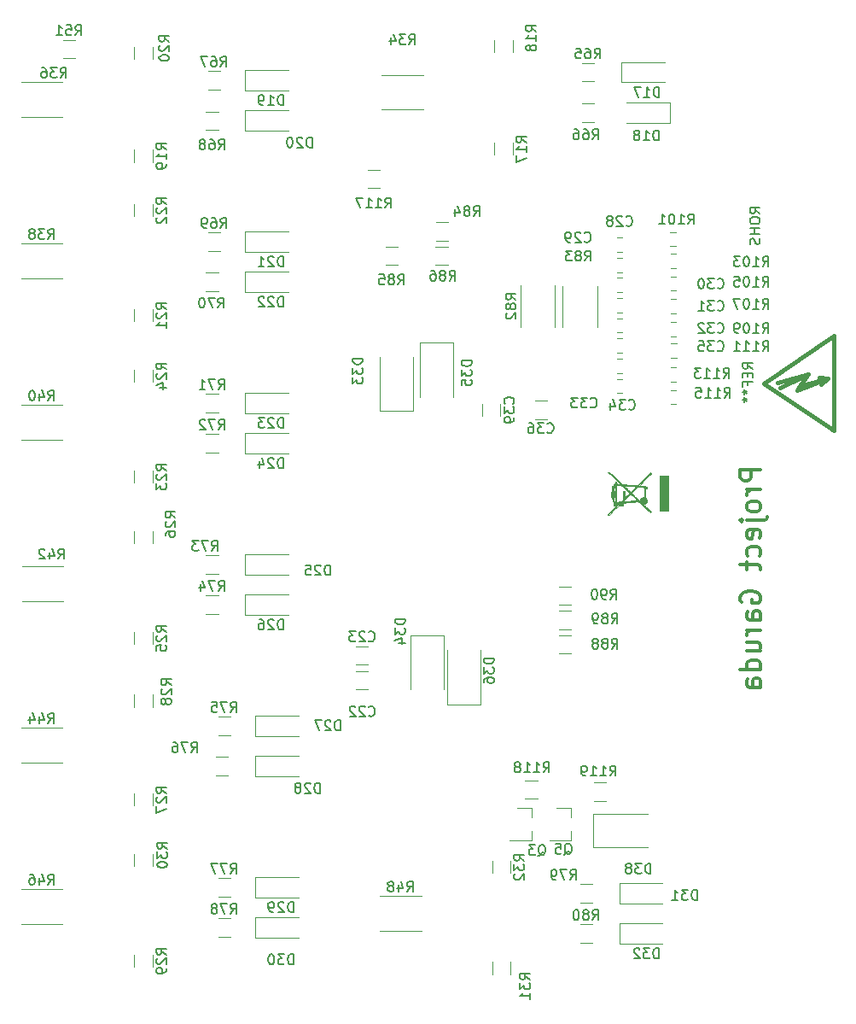
<source format=gbr>
G04 #@! TF.GenerationSoftware,KiCad,Pcbnew,(5.1.0)-1*
G04 #@! TF.CreationDate,2019-06-04T19:04:59+05:30*
G04 #@! TF.ProjectId,BQ76pl455a,42513736-706c-4343-9535-612e6b696361,rev?*
G04 #@! TF.SameCoordinates,Original*
G04 #@! TF.FileFunction,Legend,Bot*
G04 #@! TF.FilePolarity,Positive*
%FSLAX46Y46*%
G04 Gerber Fmt 4.6, Leading zero omitted, Abs format (unit mm)*
G04 Created by KiCad (PCBNEW (5.1.0)-1) date 2019-06-04 19:04:59*
%MOMM*%
%LPD*%
G04 APERTURE LIST*
%ADD10C,0.300000*%
%ADD11C,0.150000*%
%ADD12C,0.381000*%
%ADD13C,0.010000*%
%ADD14C,0.120000*%
G04 APERTURE END LIST*
D10*
X160724761Y-83910476D02*
X158724761Y-83910476D01*
X158724761Y-84672380D01*
X158820000Y-84862857D01*
X158915238Y-84958095D01*
X159105714Y-85053333D01*
X159391428Y-85053333D01*
X159581904Y-84958095D01*
X159677142Y-84862857D01*
X159772380Y-84672380D01*
X159772380Y-83910476D01*
X160724761Y-85910476D02*
X159391428Y-85910476D01*
X159772380Y-85910476D02*
X159581904Y-86005714D01*
X159486666Y-86100952D01*
X159391428Y-86291428D01*
X159391428Y-86481904D01*
X160724761Y-87434285D02*
X160629523Y-87243809D01*
X160534285Y-87148571D01*
X160343809Y-87053333D01*
X159772380Y-87053333D01*
X159581904Y-87148571D01*
X159486666Y-87243809D01*
X159391428Y-87434285D01*
X159391428Y-87720000D01*
X159486666Y-87910476D01*
X159581904Y-88005714D01*
X159772380Y-88100952D01*
X160343809Y-88100952D01*
X160534285Y-88005714D01*
X160629523Y-87910476D01*
X160724761Y-87720000D01*
X160724761Y-87434285D01*
X159391428Y-88958095D02*
X161105714Y-88958095D01*
X161296190Y-88862857D01*
X161391428Y-88672380D01*
X161391428Y-88577142D01*
X158724761Y-88958095D02*
X158820000Y-88862857D01*
X158915238Y-88958095D01*
X158820000Y-89053333D01*
X158724761Y-88958095D01*
X158915238Y-88958095D01*
X160629523Y-90672380D02*
X160724761Y-90481904D01*
X160724761Y-90100952D01*
X160629523Y-89910476D01*
X160439047Y-89815238D01*
X159677142Y-89815238D01*
X159486666Y-89910476D01*
X159391428Y-90100952D01*
X159391428Y-90481904D01*
X159486666Y-90672380D01*
X159677142Y-90767619D01*
X159867619Y-90767619D01*
X160058095Y-89815238D01*
X160629523Y-92481904D02*
X160724761Y-92291428D01*
X160724761Y-91910476D01*
X160629523Y-91720000D01*
X160534285Y-91624761D01*
X160343809Y-91529523D01*
X159772380Y-91529523D01*
X159581904Y-91624761D01*
X159486666Y-91720000D01*
X159391428Y-91910476D01*
X159391428Y-92291428D01*
X159486666Y-92481904D01*
X159391428Y-93053333D02*
X159391428Y-93815238D01*
X158724761Y-93339047D02*
X160439047Y-93339047D01*
X160629523Y-93434285D01*
X160724761Y-93624761D01*
X160724761Y-93815238D01*
X158820000Y-97053333D02*
X158724761Y-96862857D01*
X158724761Y-96577142D01*
X158820000Y-96291428D01*
X159010476Y-96100952D01*
X159200952Y-96005714D01*
X159581904Y-95910476D01*
X159867619Y-95910476D01*
X160248571Y-96005714D01*
X160439047Y-96100952D01*
X160629523Y-96291428D01*
X160724761Y-96577142D01*
X160724761Y-96767619D01*
X160629523Y-97053333D01*
X160534285Y-97148571D01*
X159867619Y-97148571D01*
X159867619Y-96767619D01*
X160724761Y-98862857D02*
X159677142Y-98862857D01*
X159486666Y-98767619D01*
X159391428Y-98577142D01*
X159391428Y-98196190D01*
X159486666Y-98005714D01*
X160629523Y-98862857D02*
X160724761Y-98672380D01*
X160724761Y-98196190D01*
X160629523Y-98005714D01*
X160439047Y-97910476D01*
X160248571Y-97910476D01*
X160058095Y-98005714D01*
X159962857Y-98196190D01*
X159962857Y-98672380D01*
X159867619Y-98862857D01*
X160724761Y-99815238D02*
X159391428Y-99815238D01*
X159772380Y-99815238D02*
X159581904Y-99910476D01*
X159486666Y-100005714D01*
X159391428Y-100196190D01*
X159391428Y-100386666D01*
X159391428Y-101910476D02*
X160724761Y-101910476D01*
X159391428Y-101053333D02*
X160439047Y-101053333D01*
X160629523Y-101148571D01*
X160724761Y-101339047D01*
X160724761Y-101624761D01*
X160629523Y-101815238D01*
X160534285Y-101910476D01*
X160724761Y-103720000D02*
X158724761Y-103720000D01*
X160629523Y-103720000D02*
X160724761Y-103529523D01*
X160724761Y-103148571D01*
X160629523Y-102958095D01*
X160534285Y-102862857D01*
X160343809Y-102767619D01*
X159772380Y-102767619D01*
X159581904Y-102862857D01*
X159486666Y-102958095D01*
X159391428Y-103148571D01*
X159391428Y-103529523D01*
X159486666Y-103720000D01*
X160724761Y-105529523D02*
X159677142Y-105529523D01*
X159486666Y-105434285D01*
X159391428Y-105243809D01*
X159391428Y-104862857D01*
X159486666Y-104672380D01*
X160629523Y-105529523D02*
X160724761Y-105339047D01*
X160724761Y-104862857D01*
X160629523Y-104672380D01*
X160439047Y-104577142D01*
X160248571Y-104577142D01*
X160058095Y-104672380D01*
X159962857Y-104862857D01*
X159962857Y-105339047D01*
X159867619Y-105529523D01*
D11*
X160672380Y-58505714D02*
X160196190Y-58172380D01*
X160672380Y-57934285D02*
X159672380Y-57934285D01*
X159672380Y-58315238D01*
X159720000Y-58410476D01*
X159767619Y-58458095D01*
X159862857Y-58505714D01*
X160005714Y-58505714D01*
X160100952Y-58458095D01*
X160148571Y-58410476D01*
X160196190Y-58315238D01*
X160196190Y-57934285D01*
X159672380Y-59124761D02*
X159672380Y-59315238D01*
X159720000Y-59410476D01*
X159815238Y-59505714D01*
X160005714Y-59553333D01*
X160339047Y-59553333D01*
X160529523Y-59505714D01*
X160624761Y-59410476D01*
X160672380Y-59315238D01*
X160672380Y-59124761D01*
X160624761Y-59029523D01*
X160529523Y-58934285D01*
X160339047Y-58886666D01*
X160005714Y-58886666D01*
X159815238Y-58934285D01*
X159720000Y-59029523D01*
X159672380Y-59124761D01*
X160672380Y-59981904D02*
X159672380Y-59981904D01*
X160148571Y-59981904D02*
X160148571Y-60553333D01*
X160672380Y-60553333D02*
X159672380Y-60553333D01*
X160624761Y-60981904D02*
X160672380Y-61124761D01*
X160672380Y-61362857D01*
X160624761Y-61458095D01*
X160577142Y-61505714D01*
X160481904Y-61553333D01*
X160386666Y-61553333D01*
X160291428Y-61505714D01*
X160243809Y-61458095D01*
X160196190Y-61362857D01*
X160148571Y-61172380D01*
X160100952Y-61077142D01*
X160053333Y-61029523D01*
X159958095Y-60981904D01*
X159862857Y-60981904D01*
X159767619Y-61029523D01*
X159720000Y-61077142D01*
X159672380Y-61172380D01*
X159672380Y-61410476D01*
X159720000Y-61553333D01*
D12*
X167429640Y-74872160D02*
X164330840Y-76071040D01*
X164330840Y-76071040D02*
X164729620Y-75471600D01*
X165430660Y-74470840D02*
X162629040Y-75771320D01*
X167429640Y-74872160D02*
X166731140Y-75471600D01*
X162430920Y-75270940D02*
X165430660Y-74470840D01*
X165430660Y-74470840D02*
X164630560Y-75669720D01*
X164630560Y-75669720D02*
X167429640Y-74872160D01*
X167429640Y-74872160D02*
X166530480Y-74770560D01*
X161039000Y-75370000D02*
X168024000Y-80069000D01*
X168024000Y-80069000D02*
X168024000Y-70671000D01*
X168024000Y-70671000D02*
X161039000Y-75370000D01*
D13*
G36*
X145634848Y-88394430D02*
G01*
X145721931Y-88393811D01*
X146180891Y-87942086D01*
X146639852Y-87490361D01*
X146850471Y-87490032D01*
X147061089Y-87489703D01*
X147061089Y-87214610D01*
X147114530Y-87207522D01*
X147138888Y-87204838D01*
X147184759Y-87200313D01*
X147249405Y-87194191D01*
X147330091Y-87186712D01*
X147424081Y-87178119D01*
X147528637Y-87168654D01*
X147641025Y-87158558D01*
X147758507Y-87148074D01*
X147878348Y-87137444D01*
X147997811Y-87126909D01*
X148114159Y-87116713D01*
X148224657Y-87107095D01*
X148326569Y-87098300D01*
X148417158Y-87090568D01*
X148493687Y-87084142D01*
X148553421Y-87079263D01*
X148593624Y-87076175D01*
X148611559Y-87075117D01*
X148611644Y-87075118D01*
X148626035Y-87082827D01*
X148655748Y-87105981D01*
X148701131Y-87144895D01*
X148762529Y-87199884D01*
X148840288Y-87271264D01*
X148934754Y-87359349D01*
X149046272Y-87464454D01*
X149175188Y-87586895D01*
X149211287Y-87621310D01*
X149783416Y-88167137D01*
X149871436Y-88078881D01*
X149793758Y-88007485D01*
X149765686Y-87981366D01*
X149722274Y-87940566D01*
X149666366Y-87887777D01*
X149600808Y-87825691D01*
X149528441Y-87757000D01*
X149452112Y-87684396D01*
X149406524Y-87640960D01*
X149321119Y-87559416D01*
X149252710Y-87493504D01*
X149200053Y-87441544D01*
X149161905Y-87401855D01*
X149137020Y-87372757D01*
X149124156Y-87352569D01*
X149122068Y-87339610D01*
X149129513Y-87332200D01*
X149145246Y-87328658D01*
X149168023Y-87327303D01*
X149174239Y-87327121D01*
X149217061Y-87317703D01*
X149268819Y-87294497D01*
X149321328Y-87262136D01*
X149366403Y-87225252D01*
X149380328Y-87210493D01*
X149429047Y-87134767D01*
X149456306Y-87046308D01*
X149462773Y-86968100D01*
X149450576Y-86879468D01*
X149414813Y-86797612D01*
X149356722Y-86725164D01*
X149342262Y-86711797D01*
X149286733Y-86662918D01*
X149286733Y-85817326D01*
X149462773Y-85817326D01*
X149462773Y-85590990D01*
X149380531Y-85590990D01*
X149324386Y-85588150D01*
X149285416Y-85578607D01*
X149264219Y-85567009D01*
X149249052Y-85558723D01*
X149227062Y-85551627D01*
X149194987Y-85545252D01*
X149149569Y-85539128D01*
X149087548Y-85532784D01*
X149005662Y-85525750D01*
X148944746Y-85520934D01*
X148659343Y-85498839D01*
X149208805Y-84956435D01*
X149308228Y-84858363D01*
X149403815Y-84764216D01*
X149493810Y-84675715D01*
X149576457Y-84594580D01*
X149650001Y-84522531D01*
X149712684Y-84461288D01*
X149762752Y-84412573D01*
X149798448Y-84378104D01*
X149817995Y-84359621D01*
X149848944Y-84329257D01*
X149870530Y-84303929D01*
X149877723Y-84290305D01*
X149869297Y-84272905D01*
X149848245Y-84247540D01*
X149839671Y-84238942D01*
X149801620Y-84202486D01*
X149597658Y-84403198D01*
X149545699Y-84454404D01*
X149478820Y-84520431D01*
X149399950Y-84598382D01*
X149312014Y-84685362D01*
X149217941Y-84778474D01*
X149120658Y-84874821D01*
X149023093Y-84971508D01*
X148953145Y-85040866D01*
X148846550Y-85146297D01*
X148756307Y-85234871D01*
X148681192Y-85307719D01*
X148619986Y-85365977D01*
X148571466Y-85410775D01*
X148546129Y-85432979D01*
X148546129Y-85611276D01*
X148831555Y-85633599D01*
X148915219Y-85640331D01*
X148991727Y-85646843D01*
X149057081Y-85652766D01*
X149107281Y-85657732D01*
X149138329Y-85661371D01*
X149145273Y-85662542D01*
X149173565Y-85669162D01*
X149173565Y-86618636D01*
X149094606Y-86624974D01*
X149001315Y-86644110D01*
X148918791Y-86684154D01*
X148850038Y-86742582D01*
X148798063Y-86816871D01*
X148766863Y-86900252D01*
X148752228Y-86927302D01*
X148720819Y-86940844D01*
X148719434Y-86941128D01*
X148706174Y-86942753D01*
X148692595Y-86940744D01*
X148676181Y-86933142D01*
X148654411Y-86917984D01*
X148624767Y-86893312D01*
X148584732Y-86857164D01*
X148531785Y-86807580D01*
X148463409Y-86742599D01*
X148459005Y-86738401D01*
X148385611Y-86668507D01*
X148307437Y-86594200D01*
X148229864Y-86520586D01*
X148158275Y-86452771D01*
X148098051Y-86395860D01*
X148084587Y-86383168D01*
X148033820Y-86334513D01*
X147990375Y-86291291D01*
X147957241Y-86256605D01*
X147937405Y-86233556D01*
X147933046Y-86225818D01*
X147942170Y-86214278D01*
X147967200Y-86187290D01*
X148006052Y-86146979D01*
X148056643Y-86095471D01*
X148116888Y-86034891D01*
X148184704Y-85967364D01*
X148240565Y-85912174D01*
X148546129Y-85611276D01*
X148546129Y-85432979D01*
X148534411Y-85443249D01*
X148507599Y-85464529D01*
X148489808Y-85475749D01*
X148481570Y-85478246D01*
X148463590Y-85477300D01*
X148422892Y-85474427D01*
X148361819Y-85469813D01*
X148282713Y-85463642D01*
X148187914Y-85456102D01*
X148079767Y-85447379D01*
X147960612Y-85437657D01*
X147832791Y-85427124D01*
X147730635Y-85418635D01*
X147154674Y-85370604D01*
X147154674Y-85494195D01*
X147167104Y-85494727D01*
X147202110Y-85497231D01*
X147257215Y-85501504D01*
X147329943Y-85507347D01*
X147417814Y-85514557D01*
X147518351Y-85522934D01*
X147629077Y-85532277D01*
X147734205Y-85541242D01*
X147853483Y-85551398D01*
X147966080Y-85560858D01*
X148069305Y-85569404D01*
X148160473Y-85576821D01*
X148236895Y-85582892D01*
X148295883Y-85587399D01*
X148334749Y-85590127D01*
X148349844Y-85590884D01*
X148359238Y-85592065D01*
X148362966Y-85596744D01*
X148359471Y-85606724D01*
X148347199Y-85623810D01*
X148324594Y-85649804D01*
X148290100Y-85686510D01*
X148242162Y-85735733D01*
X148179224Y-85799274D01*
X148111968Y-85866695D01*
X147836477Y-86142399D01*
X147834406Y-86140467D01*
X147834406Y-86322710D01*
X147845780Y-86331016D01*
X147872563Y-86354267D01*
X147912292Y-86390135D01*
X147962507Y-86436287D01*
X148020746Y-86490394D01*
X148084547Y-86550126D01*
X148151449Y-86613152D01*
X148218990Y-86677142D01*
X148284710Y-86739764D01*
X148346146Y-86798690D01*
X148400837Y-86851588D01*
X148446322Y-86896128D01*
X148480138Y-86929980D01*
X148499826Y-86950812D01*
X148503837Y-86956494D01*
X148490891Y-86958366D01*
X148455134Y-86962254D01*
X148398804Y-86967943D01*
X148324140Y-86975219D01*
X148233380Y-86983869D01*
X148128762Y-86993678D01*
X148012526Y-87004434D01*
X147886908Y-87015921D01*
X147785618Y-87025093D01*
X147654279Y-87036826D01*
X147530552Y-87047665D01*
X147416681Y-87057430D01*
X147314911Y-87065937D01*
X147227487Y-87073005D01*
X147156653Y-87078451D01*
X147104653Y-87082092D01*
X147073732Y-87083747D01*
X147065703Y-87083558D01*
X147072854Y-87073666D01*
X147095841Y-87048476D01*
X147132439Y-87010190D01*
X147180422Y-86961011D01*
X147237566Y-86903139D01*
X147301647Y-86838778D01*
X147370438Y-86770129D01*
X147441716Y-86699395D01*
X147513255Y-86628778D01*
X147582830Y-86560480D01*
X147648217Y-86496704D01*
X147707191Y-86439650D01*
X147757527Y-86391522D01*
X147796999Y-86354522D01*
X147823383Y-86330852D01*
X147834406Y-86322710D01*
X147834406Y-86140467D01*
X147726295Y-86039591D01*
X147670377Y-85987232D01*
X147607948Y-85928465D01*
X147541443Y-85865615D01*
X147473298Y-85801005D01*
X147405948Y-85736958D01*
X147341828Y-85675797D01*
X147283372Y-85619847D01*
X147233018Y-85571430D01*
X147193198Y-85532870D01*
X147166350Y-85506491D01*
X147154908Y-85494616D01*
X147154674Y-85494195D01*
X147154674Y-85370604D01*
X147010726Y-85358599D01*
X146379158Y-84758062D01*
X145747589Y-84157525D01*
X145659315Y-84157966D01*
X145571040Y-84158408D01*
X145674666Y-84255417D01*
X145732463Y-84309709D01*
X145800368Y-84373808D01*
X145876572Y-84445984D01*
X145959269Y-84524508D01*
X146046653Y-84607651D01*
X146136915Y-84693681D01*
X146228250Y-84780870D01*
X146318849Y-84867487D01*
X146406907Y-84951803D01*
X146490615Y-85032088D01*
X146568167Y-85106613D01*
X146637757Y-85173646D01*
X146697576Y-85231459D01*
X146745818Y-85278321D01*
X146780676Y-85312504D01*
X146800343Y-85332276D01*
X146804116Y-85336610D01*
X146790992Y-85336908D01*
X146757389Y-85335269D01*
X146707880Y-85331977D01*
X146647037Y-85327318D01*
X146622732Y-85325318D01*
X146444951Y-85310423D01*
X146444951Y-85427045D01*
X146473243Y-85433066D01*
X146495618Y-85436137D01*
X146537717Y-85440452D01*
X146594178Y-85445512D01*
X146659635Y-85450819D01*
X146683862Y-85452656D01*
X146753421Y-85458073D01*
X146818018Y-85463541D01*
X146871548Y-85468512D01*
X146907910Y-85472439D01*
X146914509Y-85473325D01*
X146928056Y-85476666D01*
X146943914Y-85483899D01*
X146963861Y-85496560D01*
X146989673Y-85516189D01*
X147023129Y-85544322D01*
X147066007Y-85582498D01*
X147120083Y-85632254D01*
X147187136Y-85695129D01*
X147268943Y-85772659D01*
X147351950Y-85851749D01*
X147434094Y-85930436D01*
X147510169Y-86003888D01*
X147578325Y-86070276D01*
X147636712Y-86127773D01*
X147683481Y-86174549D01*
X147716782Y-86208776D01*
X147734767Y-86228627D01*
X147737442Y-86232860D01*
X147727741Y-86243997D01*
X147702441Y-86270029D01*
X147664082Y-86308430D01*
X147615200Y-86356672D01*
X147558334Y-86412230D01*
X147516906Y-86452408D01*
X147300000Y-86662169D01*
X147300000Y-86043663D01*
X147061089Y-86043663D01*
X147061089Y-86798119D01*
X147167542Y-86798119D01*
X147029654Y-86936435D01*
X146931840Y-87034553D01*
X146931840Y-87225643D01*
X146947270Y-87227471D01*
X146955867Y-87236723D01*
X146959613Y-87259050D01*
X146960489Y-87300105D01*
X146960495Y-87307376D01*
X146960495Y-87389109D01*
X146741172Y-87389109D01*
X146822179Y-87307376D01*
X146871428Y-87261270D01*
X146909159Y-87233694D01*
X146931840Y-87225643D01*
X146931840Y-87034553D01*
X146891766Y-87074752D01*
X146768952Y-87074752D01*
X146712450Y-87075137D01*
X146676505Y-87076900D01*
X146656530Y-87080950D01*
X146647937Y-87088199D01*
X146646139Y-87099130D01*
X146643498Y-87111288D01*
X146632912Y-87120273D01*
X146610381Y-87127174D01*
X146571909Y-87133076D01*
X146513498Y-87139065D01*
X146492104Y-87140987D01*
X146444951Y-87145148D01*
X146444951Y-85427045D01*
X146444951Y-85310423D01*
X146444951Y-85150891D01*
X146331782Y-85150891D01*
X146331782Y-85218686D01*
X146330696Y-85258338D01*
X146325454Y-85279884D01*
X146322334Y-85282520D01*
X146322334Y-85421384D01*
X146329462Y-85428692D01*
X146331662Y-85454007D01*
X146331782Y-85471092D01*
X146331782Y-85528119D01*
X146331782Y-85740779D01*
X146331782Y-87155302D01*
X146282786Y-87107458D01*
X146222324Y-87033150D01*
X146175691Y-86941184D01*
X146142249Y-86830002D01*
X146123753Y-86719529D01*
X146115122Y-86647227D01*
X146206040Y-86647227D01*
X146206040Y-86068812D01*
X146102893Y-86068812D01*
X146111496Y-85983935D01*
X146118756Y-85924632D01*
X146128379Y-85861449D01*
X146135252Y-85823614D01*
X146150407Y-85748168D01*
X146241095Y-85744474D01*
X146331782Y-85740779D01*
X146331782Y-85528119D01*
X146281485Y-85528119D01*
X146249976Y-85526456D01*
X146232463Y-85522303D01*
X146231188Y-85520629D01*
X146239254Y-85502013D01*
X146258820Y-85474817D01*
X146282944Y-85447552D01*
X146304682Y-85428733D01*
X146307508Y-85427057D01*
X146322334Y-85421384D01*
X146322334Y-85282520D01*
X146313081Y-85290338D01*
X146299604Y-85294558D01*
X146264627Y-85311781D01*
X146222579Y-85344862D01*
X146179356Y-85388107D01*
X146140854Y-85435826D01*
X146120801Y-85467170D01*
X146098851Y-85502877D01*
X146080411Y-85521181D01*
X146058668Y-85527612D01*
X146045718Y-85528106D01*
X146042575Y-85528106D01*
X146042575Y-86169406D01*
X146105446Y-86169406D01*
X146105446Y-86546633D01*
X146042575Y-86546633D01*
X146042575Y-86169406D01*
X146042575Y-85528106D01*
X146004852Y-85528119D01*
X146004852Y-85633952D01*
X146006029Y-85682645D01*
X146009165Y-85720595D01*
X146013671Y-85741692D01*
X146015495Y-85743977D01*
X146018295Y-85757359D01*
X146017148Y-85789926D01*
X146012393Y-85836084D01*
X146008003Y-85867624D01*
X145999378Y-85924812D01*
X145991591Y-85977114D01*
X145985847Y-86016418D01*
X145984215Y-86027945D01*
X145974888Y-86058063D01*
X145960272Y-86068812D01*
X145954320Y-86072080D01*
X145949778Y-86083770D01*
X145946470Y-86106712D01*
X145944215Y-86143735D01*
X145942834Y-86197668D01*
X145942150Y-86271340D01*
X145941980Y-86358020D01*
X145942077Y-86450529D01*
X145942530Y-86520906D01*
X145943590Y-86572164D01*
X145945503Y-86607320D01*
X145948519Y-86629389D01*
X145952885Y-86641385D01*
X145958849Y-86646324D01*
X145965784Y-86647227D01*
X145987795Y-86654921D01*
X146000321Y-86680121D01*
X146004788Y-86726009D01*
X146004852Y-86734264D01*
X146012868Y-86811973D01*
X146034936Y-86900233D01*
X146068084Y-86991085D01*
X146109339Y-87076570D01*
X146155731Y-87148726D01*
X146163082Y-87158072D01*
X146186998Y-87188533D01*
X146196576Y-87206572D01*
X146193480Y-87219169D01*
X146180704Y-87232100D01*
X146155678Y-87270293D01*
X146146071Y-87319998D01*
X146151067Y-87373524D01*
X146169851Y-87423178D01*
X146201606Y-87461267D01*
X146205297Y-87464025D01*
X146264575Y-87492526D01*
X146325934Y-87497828D01*
X146384427Y-87480518D01*
X146435104Y-87441180D01*
X146439289Y-87436370D01*
X146459167Y-87408440D01*
X146467921Y-87380102D01*
X146468553Y-87340263D01*
X146467992Y-87330311D01*
X146466562Y-87291332D01*
X146469839Y-87271254D01*
X146479728Y-87263985D01*
X146488961Y-87263240D01*
X146515744Y-87261716D01*
X146556025Y-87257935D01*
X146580124Y-87255218D01*
X146618401Y-87251277D01*
X146637996Y-87252916D01*
X146645158Y-87262421D01*
X146646139Y-87279351D01*
X146642901Y-87289392D01*
X146632420Y-87305590D01*
X146613548Y-87329145D01*
X146585135Y-87361257D01*
X146546035Y-87403128D01*
X146495097Y-87455957D01*
X146431173Y-87520945D01*
X146353114Y-87599291D01*
X146259772Y-87692197D01*
X146149998Y-87800863D01*
X146096952Y-87853231D01*
X145547767Y-88395049D01*
X145634848Y-88394430D01*
X145634848Y-88394430D01*
G37*
X145634848Y-88394430D02*
X145721931Y-88393811D01*
X146180891Y-87942086D01*
X146639852Y-87490361D01*
X146850471Y-87490032D01*
X147061089Y-87489703D01*
X147061089Y-87214610D01*
X147114530Y-87207522D01*
X147138888Y-87204838D01*
X147184759Y-87200313D01*
X147249405Y-87194191D01*
X147330091Y-87186712D01*
X147424081Y-87178119D01*
X147528637Y-87168654D01*
X147641025Y-87158558D01*
X147758507Y-87148074D01*
X147878348Y-87137444D01*
X147997811Y-87126909D01*
X148114159Y-87116713D01*
X148224657Y-87107095D01*
X148326569Y-87098300D01*
X148417158Y-87090568D01*
X148493687Y-87084142D01*
X148553421Y-87079263D01*
X148593624Y-87076175D01*
X148611559Y-87075117D01*
X148611644Y-87075118D01*
X148626035Y-87082827D01*
X148655748Y-87105981D01*
X148701131Y-87144895D01*
X148762529Y-87199884D01*
X148840288Y-87271264D01*
X148934754Y-87359349D01*
X149046272Y-87464454D01*
X149175188Y-87586895D01*
X149211287Y-87621310D01*
X149783416Y-88167137D01*
X149871436Y-88078881D01*
X149793758Y-88007485D01*
X149765686Y-87981366D01*
X149722274Y-87940566D01*
X149666366Y-87887777D01*
X149600808Y-87825691D01*
X149528441Y-87757000D01*
X149452112Y-87684396D01*
X149406524Y-87640960D01*
X149321119Y-87559416D01*
X149252710Y-87493504D01*
X149200053Y-87441544D01*
X149161905Y-87401855D01*
X149137020Y-87372757D01*
X149124156Y-87352569D01*
X149122068Y-87339610D01*
X149129513Y-87332200D01*
X149145246Y-87328658D01*
X149168023Y-87327303D01*
X149174239Y-87327121D01*
X149217061Y-87317703D01*
X149268819Y-87294497D01*
X149321328Y-87262136D01*
X149366403Y-87225252D01*
X149380328Y-87210493D01*
X149429047Y-87134767D01*
X149456306Y-87046308D01*
X149462773Y-86968100D01*
X149450576Y-86879468D01*
X149414813Y-86797612D01*
X149356722Y-86725164D01*
X149342262Y-86711797D01*
X149286733Y-86662918D01*
X149286733Y-85817326D01*
X149462773Y-85817326D01*
X149462773Y-85590990D01*
X149380531Y-85590990D01*
X149324386Y-85588150D01*
X149285416Y-85578607D01*
X149264219Y-85567009D01*
X149249052Y-85558723D01*
X149227062Y-85551627D01*
X149194987Y-85545252D01*
X149149569Y-85539128D01*
X149087548Y-85532784D01*
X149005662Y-85525750D01*
X148944746Y-85520934D01*
X148659343Y-85498839D01*
X149208805Y-84956435D01*
X149308228Y-84858363D01*
X149403815Y-84764216D01*
X149493810Y-84675715D01*
X149576457Y-84594580D01*
X149650001Y-84522531D01*
X149712684Y-84461288D01*
X149762752Y-84412573D01*
X149798448Y-84378104D01*
X149817995Y-84359621D01*
X149848944Y-84329257D01*
X149870530Y-84303929D01*
X149877723Y-84290305D01*
X149869297Y-84272905D01*
X149848245Y-84247540D01*
X149839671Y-84238942D01*
X149801620Y-84202486D01*
X149597658Y-84403198D01*
X149545699Y-84454404D01*
X149478820Y-84520431D01*
X149399950Y-84598382D01*
X149312014Y-84685362D01*
X149217941Y-84778474D01*
X149120658Y-84874821D01*
X149023093Y-84971508D01*
X148953145Y-85040866D01*
X148846550Y-85146297D01*
X148756307Y-85234871D01*
X148681192Y-85307719D01*
X148619986Y-85365977D01*
X148571466Y-85410775D01*
X148546129Y-85432979D01*
X148546129Y-85611276D01*
X148831555Y-85633599D01*
X148915219Y-85640331D01*
X148991727Y-85646843D01*
X149057081Y-85652766D01*
X149107281Y-85657732D01*
X149138329Y-85661371D01*
X149145273Y-85662542D01*
X149173565Y-85669162D01*
X149173565Y-86618636D01*
X149094606Y-86624974D01*
X149001315Y-86644110D01*
X148918791Y-86684154D01*
X148850038Y-86742582D01*
X148798063Y-86816871D01*
X148766863Y-86900252D01*
X148752228Y-86927302D01*
X148720819Y-86940844D01*
X148719434Y-86941128D01*
X148706174Y-86942753D01*
X148692595Y-86940744D01*
X148676181Y-86933142D01*
X148654411Y-86917984D01*
X148624767Y-86893312D01*
X148584732Y-86857164D01*
X148531785Y-86807580D01*
X148463409Y-86742599D01*
X148459005Y-86738401D01*
X148385611Y-86668507D01*
X148307437Y-86594200D01*
X148229864Y-86520586D01*
X148158275Y-86452771D01*
X148098051Y-86395860D01*
X148084587Y-86383168D01*
X148033820Y-86334513D01*
X147990375Y-86291291D01*
X147957241Y-86256605D01*
X147937405Y-86233556D01*
X147933046Y-86225818D01*
X147942170Y-86214278D01*
X147967200Y-86187290D01*
X148006052Y-86146979D01*
X148056643Y-86095471D01*
X148116888Y-86034891D01*
X148184704Y-85967364D01*
X148240565Y-85912174D01*
X148546129Y-85611276D01*
X148546129Y-85432979D01*
X148534411Y-85443249D01*
X148507599Y-85464529D01*
X148489808Y-85475749D01*
X148481570Y-85478246D01*
X148463590Y-85477300D01*
X148422892Y-85474427D01*
X148361819Y-85469813D01*
X148282713Y-85463642D01*
X148187914Y-85456102D01*
X148079767Y-85447379D01*
X147960612Y-85437657D01*
X147832791Y-85427124D01*
X147730635Y-85418635D01*
X147154674Y-85370604D01*
X147154674Y-85494195D01*
X147167104Y-85494727D01*
X147202110Y-85497231D01*
X147257215Y-85501504D01*
X147329943Y-85507347D01*
X147417814Y-85514557D01*
X147518351Y-85522934D01*
X147629077Y-85532277D01*
X147734205Y-85541242D01*
X147853483Y-85551398D01*
X147966080Y-85560858D01*
X148069305Y-85569404D01*
X148160473Y-85576821D01*
X148236895Y-85582892D01*
X148295883Y-85587399D01*
X148334749Y-85590127D01*
X148349844Y-85590884D01*
X148359238Y-85592065D01*
X148362966Y-85596744D01*
X148359471Y-85606724D01*
X148347199Y-85623810D01*
X148324594Y-85649804D01*
X148290100Y-85686510D01*
X148242162Y-85735733D01*
X148179224Y-85799274D01*
X148111968Y-85866695D01*
X147836477Y-86142399D01*
X147834406Y-86140467D01*
X147834406Y-86322710D01*
X147845780Y-86331016D01*
X147872563Y-86354267D01*
X147912292Y-86390135D01*
X147962507Y-86436287D01*
X148020746Y-86490394D01*
X148084547Y-86550126D01*
X148151449Y-86613152D01*
X148218990Y-86677142D01*
X148284710Y-86739764D01*
X148346146Y-86798690D01*
X148400837Y-86851588D01*
X148446322Y-86896128D01*
X148480138Y-86929980D01*
X148499826Y-86950812D01*
X148503837Y-86956494D01*
X148490891Y-86958366D01*
X148455134Y-86962254D01*
X148398804Y-86967943D01*
X148324140Y-86975219D01*
X148233380Y-86983869D01*
X148128762Y-86993678D01*
X148012526Y-87004434D01*
X147886908Y-87015921D01*
X147785618Y-87025093D01*
X147654279Y-87036826D01*
X147530552Y-87047665D01*
X147416681Y-87057430D01*
X147314911Y-87065937D01*
X147227487Y-87073005D01*
X147156653Y-87078451D01*
X147104653Y-87082092D01*
X147073732Y-87083747D01*
X147065703Y-87083558D01*
X147072854Y-87073666D01*
X147095841Y-87048476D01*
X147132439Y-87010190D01*
X147180422Y-86961011D01*
X147237566Y-86903139D01*
X147301647Y-86838778D01*
X147370438Y-86770129D01*
X147441716Y-86699395D01*
X147513255Y-86628778D01*
X147582830Y-86560480D01*
X147648217Y-86496704D01*
X147707191Y-86439650D01*
X147757527Y-86391522D01*
X147796999Y-86354522D01*
X147823383Y-86330852D01*
X147834406Y-86322710D01*
X147834406Y-86140467D01*
X147726295Y-86039591D01*
X147670377Y-85987232D01*
X147607948Y-85928465D01*
X147541443Y-85865615D01*
X147473298Y-85801005D01*
X147405948Y-85736958D01*
X147341828Y-85675797D01*
X147283372Y-85619847D01*
X147233018Y-85571430D01*
X147193198Y-85532870D01*
X147166350Y-85506491D01*
X147154908Y-85494616D01*
X147154674Y-85494195D01*
X147154674Y-85370604D01*
X147010726Y-85358599D01*
X146379158Y-84758062D01*
X145747589Y-84157525D01*
X145659315Y-84157966D01*
X145571040Y-84158408D01*
X145674666Y-84255417D01*
X145732463Y-84309709D01*
X145800368Y-84373808D01*
X145876572Y-84445984D01*
X145959269Y-84524508D01*
X146046653Y-84607651D01*
X146136915Y-84693681D01*
X146228250Y-84780870D01*
X146318849Y-84867487D01*
X146406907Y-84951803D01*
X146490615Y-85032088D01*
X146568167Y-85106613D01*
X146637757Y-85173646D01*
X146697576Y-85231459D01*
X146745818Y-85278321D01*
X146780676Y-85312504D01*
X146800343Y-85332276D01*
X146804116Y-85336610D01*
X146790992Y-85336908D01*
X146757389Y-85335269D01*
X146707880Y-85331977D01*
X146647037Y-85327318D01*
X146622732Y-85325318D01*
X146444951Y-85310423D01*
X146444951Y-85427045D01*
X146473243Y-85433066D01*
X146495618Y-85436137D01*
X146537717Y-85440452D01*
X146594178Y-85445512D01*
X146659635Y-85450819D01*
X146683862Y-85452656D01*
X146753421Y-85458073D01*
X146818018Y-85463541D01*
X146871548Y-85468512D01*
X146907910Y-85472439D01*
X146914509Y-85473325D01*
X146928056Y-85476666D01*
X146943914Y-85483899D01*
X146963861Y-85496560D01*
X146989673Y-85516189D01*
X147023129Y-85544322D01*
X147066007Y-85582498D01*
X147120083Y-85632254D01*
X147187136Y-85695129D01*
X147268943Y-85772659D01*
X147351950Y-85851749D01*
X147434094Y-85930436D01*
X147510169Y-86003888D01*
X147578325Y-86070276D01*
X147636712Y-86127773D01*
X147683481Y-86174549D01*
X147716782Y-86208776D01*
X147734767Y-86228627D01*
X147737442Y-86232860D01*
X147727741Y-86243997D01*
X147702441Y-86270029D01*
X147664082Y-86308430D01*
X147615200Y-86356672D01*
X147558334Y-86412230D01*
X147516906Y-86452408D01*
X147300000Y-86662169D01*
X147300000Y-86043663D01*
X147061089Y-86043663D01*
X147061089Y-86798119D01*
X147167542Y-86798119D01*
X147029654Y-86936435D01*
X146931840Y-87034553D01*
X146931840Y-87225643D01*
X146947270Y-87227471D01*
X146955867Y-87236723D01*
X146959613Y-87259050D01*
X146960489Y-87300105D01*
X146960495Y-87307376D01*
X146960495Y-87389109D01*
X146741172Y-87389109D01*
X146822179Y-87307376D01*
X146871428Y-87261270D01*
X146909159Y-87233694D01*
X146931840Y-87225643D01*
X146931840Y-87034553D01*
X146891766Y-87074752D01*
X146768952Y-87074752D01*
X146712450Y-87075137D01*
X146676505Y-87076900D01*
X146656530Y-87080950D01*
X146647937Y-87088199D01*
X146646139Y-87099130D01*
X146643498Y-87111288D01*
X146632912Y-87120273D01*
X146610381Y-87127174D01*
X146571909Y-87133076D01*
X146513498Y-87139065D01*
X146492104Y-87140987D01*
X146444951Y-87145148D01*
X146444951Y-85427045D01*
X146444951Y-85310423D01*
X146444951Y-85150891D01*
X146331782Y-85150891D01*
X146331782Y-85218686D01*
X146330696Y-85258338D01*
X146325454Y-85279884D01*
X146322334Y-85282520D01*
X146322334Y-85421384D01*
X146329462Y-85428692D01*
X146331662Y-85454007D01*
X146331782Y-85471092D01*
X146331782Y-85528119D01*
X146331782Y-85740779D01*
X146331782Y-87155302D01*
X146282786Y-87107458D01*
X146222324Y-87033150D01*
X146175691Y-86941184D01*
X146142249Y-86830002D01*
X146123753Y-86719529D01*
X146115122Y-86647227D01*
X146206040Y-86647227D01*
X146206040Y-86068812D01*
X146102893Y-86068812D01*
X146111496Y-85983935D01*
X146118756Y-85924632D01*
X146128379Y-85861449D01*
X146135252Y-85823614D01*
X146150407Y-85748168D01*
X146241095Y-85744474D01*
X146331782Y-85740779D01*
X146331782Y-85528119D01*
X146281485Y-85528119D01*
X146249976Y-85526456D01*
X146232463Y-85522303D01*
X146231188Y-85520629D01*
X146239254Y-85502013D01*
X146258820Y-85474817D01*
X146282944Y-85447552D01*
X146304682Y-85428733D01*
X146307508Y-85427057D01*
X146322334Y-85421384D01*
X146322334Y-85282520D01*
X146313081Y-85290338D01*
X146299604Y-85294558D01*
X146264627Y-85311781D01*
X146222579Y-85344862D01*
X146179356Y-85388107D01*
X146140854Y-85435826D01*
X146120801Y-85467170D01*
X146098851Y-85502877D01*
X146080411Y-85521181D01*
X146058668Y-85527612D01*
X146045718Y-85528106D01*
X146042575Y-85528106D01*
X146042575Y-86169406D01*
X146105446Y-86169406D01*
X146105446Y-86546633D01*
X146042575Y-86546633D01*
X146042575Y-86169406D01*
X146042575Y-85528106D01*
X146004852Y-85528119D01*
X146004852Y-85633952D01*
X146006029Y-85682645D01*
X146009165Y-85720595D01*
X146013671Y-85741692D01*
X146015495Y-85743977D01*
X146018295Y-85757359D01*
X146017148Y-85789926D01*
X146012393Y-85836084D01*
X146008003Y-85867624D01*
X145999378Y-85924812D01*
X145991591Y-85977114D01*
X145985847Y-86016418D01*
X145984215Y-86027945D01*
X145974888Y-86058063D01*
X145960272Y-86068812D01*
X145954320Y-86072080D01*
X145949778Y-86083770D01*
X145946470Y-86106712D01*
X145944215Y-86143735D01*
X145942834Y-86197668D01*
X145942150Y-86271340D01*
X145941980Y-86358020D01*
X145942077Y-86450529D01*
X145942530Y-86520906D01*
X145943590Y-86572164D01*
X145945503Y-86607320D01*
X145948519Y-86629389D01*
X145952885Y-86641385D01*
X145958849Y-86646324D01*
X145965784Y-86647227D01*
X145987795Y-86654921D01*
X146000321Y-86680121D01*
X146004788Y-86726009D01*
X146004852Y-86734264D01*
X146012868Y-86811973D01*
X146034936Y-86900233D01*
X146068084Y-86991085D01*
X146109339Y-87076570D01*
X146155731Y-87148726D01*
X146163082Y-87158072D01*
X146186998Y-87188533D01*
X146196576Y-87206572D01*
X146193480Y-87219169D01*
X146180704Y-87232100D01*
X146155678Y-87270293D01*
X146146071Y-87319998D01*
X146151067Y-87373524D01*
X146169851Y-87423178D01*
X146201606Y-87461267D01*
X146205297Y-87464025D01*
X146264575Y-87492526D01*
X146325934Y-87497828D01*
X146384427Y-87480518D01*
X146435104Y-87441180D01*
X146439289Y-87436370D01*
X146459167Y-87408440D01*
X146467921Y-87380102D01*
X146468553Y-87340263D01*
X146467992Y-87330311D01*
X146466562Y-87291332D01*
X146469839Y-87271254D01*
X146479728Y-87263985D01*
X146488961Y-87263240D01*
X146515744Y-87261716D01*
X146556025Y-87257935D01*
X146580124Y-87255218D01*
X146618401Y-87251277D01*
X146637996Y-87252916D01*
X146645158Y-87262421D01*
X146646139Y-87279351D01*
X146642901Y-87289392D01*
X146632420Y-87305590D01*
X146613548Y-87329145D01*
X146585135Y-87361257D01*
X146546035Y-87403128D01*
X146495097Y-87455957D01*
X146431173Y-87520945D01*
X146353114Y-87599291D01*
X146259772Y-87692197D01*
X146149998Y-87800863D01*
X146096952Y-87853231D01*
X145547767Y-88395049D01*
X145634848Y-88394430D01*
G36*
X151587822Y-88017822D02*
G01*
X151587822Y-84497029D01*
X150720198Y-84497029D01*
X150720198Y-88017822D01*
X151587822Y-88017822D01*
X151587822Y-88017822D01*
G37*
X151587822Y-88017822D02*
X151587822Y-84497029D01*
X150720198Y-84497029D01*
X150720198Y-88017822D01*
X151587822Y-88017822D01*
D14*
X121797065Y-105684999D02*
X120592937Y-105684999D01*
X121797065Y-103864999D02*
X120592937Y-103864999D01*
X152356252Y-77430000D02*
X151833748Y-77430000D01*
X152356252Y-76010000D02*
X151833748Y-76010000D01*
X152356252Y-75180000D02*
X151833748Y-75180000D01*
X152356252Y-73760000D02*
X151833748Y-73760000D01*
X152386252Y-72830000D02*
X151863748Y-72830000D01*
X152386252Y-71410000D02*
X151863748Y-71410000D01*
X152356252Y-70680000D02*
X151833748Y-70680000D01*
X152356252Y-69260000D02*
X151833748Y-69260000D01*
X152331252Y-68430000D02*
X151808748Y-68430000D01*
X152331252Y-67010000D02*
X151808748Y-67010000D01*
X152356252Y-66180000D02*
X151833748Y-66180000D01*
X152356252Y-64760000D02*
X151833748Y-64760000D01*
X152356252Y-63930000D02*
X151833748Y-63930000D01*
X152356252Y-62510000D02*
X151833748Y-62510000D01*
X152306252Y-61780000D02*
X151783748Y-61780000D01*
X152306252Y-60360000D02*
X151783748Y-60360000D01*
X147031252Y-76330000D02*
X146508748Y-76330000D01*
X147031252Y-74910000D02*
X146508748Y-74910000D01*
X147031252Y-72910000D02*
X146508748Y-72910000D01*
X147031252Y-74330000D02*
X146508748Y-74330000D01*
X147031252Y-72330000D02*
X146508748Y-72330000D01*
X147031252Y-70910000D02*
X146508748Y-70910000D01*
X147031252Y-70330000D02*
X146508748Y-70330000D01*
X147031252Y-68910000D02*
X146508748Y-68910000D01*
X147031252Y-66910000D02*
X146508748Y-66910000D01*
X147031252Y-68330000D02*
X146508748Y-68330000D01*
X147031252Y-66330000D02*
X146508748Y-66330000D01*
X147031252Y-64910000D02*
X146508748Y-64910000D01*
X147031252Y-62910000D02*
X146508748Y-62910000D01*
X147031252Y-64330000D02*
X146508748Y-64330000D01*
X147006252Y-60910000D02*
X146483748Y-60910000D01*
X147006252Y-62330000D02*
X146483748Y-62330000D01*
X128505436Y-61810000D02*
X129709564Y-61810000D01*
X128505436Y-63630000D02*
X129709564Y-63630000D01*
X124734564Y-63630000D02*
X123530436Y-63630000D01*
X124734564Y-61810000D02*
X123530436Y-61810000D01*
X128530436Y-59410000D02*
X129734564Y-59410000D01*
X128530436Y-61230000D02*
X129734564Y-61230000D01*
X141110000Y-69784564D02*
X141110000Y-65680436D01*
X144530000Y-69784564D02*
X144530000Y-65680436D01*
X140330000Y-65655436D02*
X140330000Y-69759564D01*
X136910000Y-65655436D02*
X136910000Y-69759564D01*
X132970000Y-107220000D02*
X132970000Y-101820000D01*
X129670000Y-107220000D02*
X129670000Y-101820000D01*
X132970000Y-107220000D02*
X129670000Y-107220000D01*
X126970000Y-71320000D02*
X126970000Y-76720000D01*
X130270000Y-71320000D02*
X130270000Y-76720000D01*
X126970000Y-71320000D02*
X130270000Y-71320000D01*
X125970000Y-100320000D02*
X125970000Y-105720000D01*
X129270000Y-100320000D02*
X129270000Y-105720000D01*
X125970000Y-100320000D02*
X129270000Y-100320000D01*
X126270000Y-78120000D02*
X126270000Y-72720000D01*
X122970000Y-78120000D02*
X122970000Y-72720000D01*
X126270000Y-78120000D02*
X122970000Y-78120000D01*
X146720000Y-128920000D02*
X151020000Y-128920000D01*
X146720000Y-130920000D02*
X146720000Y-128920000D01*
X151020000Y-130920000D02*
X146720000Y-130920000D01*
X146720000Y-124920000D02*
X151020000Y-124920000D01*
X146720000Y-126920000D02*
X146720000Y-124920000D01*
X151020000Y-126920000D02*
X146720000Y-126920000D01*
X110620000Y-128320000D02*
X114920000Y-128320000D01*
X110620000Y-130320000D02*
X110620000Y-128320000D01*
X114920000Y-130320000D02*
X110620000Y-130320000D01*
X110620000Y-124320000D02*
X114920000Y-124320000D01*
X110620000Y-126320000D02*
X110620000Y-124320000D01*
X114920000Y-126320000D02*
X110620000Y-126320000D01*
X110620000Y-112320000D02*
X114920000Y-112320000D01*
X110620000Y-114320000D02*
X110620000Y-112320000D01*
X114920000Y-114320000D02*
X110620000Y-114320000D01*
X110620000Y-108320000D02*
X114920000Y-108320000D01*
X110620000Y-110320000D02*
X110620000Y-108320000D01*
X114920000Y-110320000D02*
X110620000Y-110320000D01*
X109620000Y-96320000D02*
X113920000Y-96320000D01*
X109620000Y-98320000D02*
X109620000Y-96320000D01*
X113920000Y-98320000D02*
X109620000Y-98320000D01*
X109620000Y-92320000D02*
X113920000Y-92320000D01*
X109620000Y-94320000D02*
X109620000Y-92320000D01*
X113920000Y-94320000D02*
X109620000Y-94320000D01*
X109620000Y-80320000D02*
X113920000Y-80320000D01*
X109620000Y-82320000D02*
X109620000Y-80320000D01*
X113920000Y-82320000D02*
X109620000Y-82320000D01*
X109620000Y-76320000D02*
X113920000Y-76320000D01*
X109620000Y-78320000D02*
X109620000Y-76320000D01*
X113920000Y-78320000D02*
X109620000Y-78320000D01*
X109620000Y-64320000D02*
X113920000Y-64320000D01*
X109620000Y-66320000D02*
X109620000Y-64320000D01*
X113920000Y-66320000D02*
X109620000Y-66320000D01*
X109620000Y-60320000D02*
X113920000Y-60320000D01*
X109620000Y-62320000D02*
X109620000Y-60320000D01*
X113920000Y-62320000D02*
X109620000Y-62320000D01*
X109620000Y-48320000D02*
X113920000Y-48320000D01*
X109620000Y-50320000D02*
X109620000Y-48320000D01*
X113920000Y-50320000D02*
X109620000Y-50320000D01*
X109620000Y-44320000D02*
X113920000Y-44320000D01*
X109620000Y-46320000D02*
X109620000Y-44320000D01*
X113920000Y-46320000D02*
X109620000Y-46320000D01*
X151770000Y-49520000D02*
X147470000Y-49520000D01*
X151770000Y-47520000D02*
X151770000Y-49520000D01*
X147470000Y-47520000D02*
X151770000Y-47520000D01*
X146920000Y-43520000D02*
X151220000Y-43520000D01*
X146920000Y-45520000D02*
X146920000Y-43520000D01*
X151220000Y-45520000D02*
X146920000Y-45520000D01*
X144022064Y-130830000D02*
X142817936Y-130830000D01*
X144022064Y-129010000D02*
X142817936Y-129010000D01*
X144022064Y-126830000D02*
X142817936Y-126830000D01*
X144022064Y-125010000D02*
X142817936Y-125010000D01*
X108122064Y-130230000D02*
X106917936Y-130230000D01*
X108122064Y-128410000D02*
X106917936Y-128410000D01*
X108122064Y-126230000D02*
X106917936Y-126230000D01*
X108122064Y-124410000D02*
X106917936Y-124410000D01*
X107922064Y-114230000D02*
X106717936Y-114230000D01*
X107922064Y-112410000D02*
X106717936Y-112410000D01*
X108122064Y-110230000D02*
X106917936Y-110230000D01*
X108122064Y-108410000D02*
X106917936Y-108410000D01*
X106922064Y-98230000D02*
X105717936Y-98230000D01*
X106922064Y-96410000D02*
X105717936Y-96410000D01*
X106922064Y-94230000D02*
X105717936Y-94230000D01*
X106922064Y-92410000D02*
X105717936Y-92410000D01*
X106922064Y-82230000D02*
X105717936Y-82230000D01*
X106922064Y-80410000D02*
X105717936Y-80410000D01*
X106922064Y-78230000D02*
X105717936Y-78230000D01*
X106922064Y-76410000D02*
X105717936Y-76410000D01*
X106922064Y-66230000D02*
X105717936Y-66230000D01*
X106922064Y-64410000D02*
X105717936Y-64410000D01*
X107122064Y-62230000D02*
X105917936Y-62230000D01*
X107122064Y-60410000D02*
X105917936Y-60410000D01*
X106922064Y-50230000D02*
X105717936Y-50230000D01*
X106922064Y-48410000D02*
X105717936Y-48410000D01*
X107122064Y-46230000D02*
X105917936Y-46230000D01*
X107122064Y-44410000D02*
X105917936Y-44410000D01*
X144222064Y-49430000D02*
X143017936Y-49430000D01*
X144222064Y-47610000D02*
X143017936Y-47610000D01*
X144222064Y-45430000D02*
X143017936Y-45430000D01*
X144222064Y-43610000D02*
X143017936Y-43610000D01*
X92722064Y-43130000D02*
X91517936Y-43130000D01*
X92722064Y-41310000D02*
X91517936Y-41310000D01*
X134110000Y-123922064D02*
X134110000Y-122717936D01*
X135930000Y-123922064D02*
X135930000Y-122717936D01*
X134110000Y-133922064D02*
X134110000Y-132717936D01*
X135930000Y-133922064D02*
X135930000Y-132717936D01*
X98610000Y-123222064D02*
X98610000Y-122017936D01*
X100430000Y-123222064D02*
X100430000Y-122017936D01*
X98610000Y-133222064D02*
X98610000Y-132017936D01*
X100430000Y-133222064D02*
X100430000Y-132017936D01*
X98610000Y-107422064D02*
X98610000Y-106217936D01*
X100430000Y-107422064D02*
X100430000Y-106217936D01*
X98610000Y-117222064D02*
X98610000Y-116017936D01*
X100430000Y-117222064D02*
X100430000Y-116017936D01*
X98610000Y-91222064D02*
X98610000Y-90017936D01*
X100430000Y-91222064D02*
X100430000Y-90017936D01*
X98610000Y-101222064D02*
X98610000Y-100017936D01*
X100430000Y-101222064D02*
X100430000Y-100017936D01*
X98610000Y-75222064D02*
X98610000Y-74017936D01*
X100430000Y-75222064D02*
X100430000Y-74017936D01*
X98610000Y-85222064D02*
X98610000Y-84017936D01*
X100430000Y-85222064D02*
X100430000Y-84017936D01*
X98610000Y-58822064D02*
X98610000Y-57617936D01*
X100430000Y-58822064D02*
X100430000Y-57617936D01*
X98610000Y-69222064D02*
X98610000Y-68017936D01*
X100430000Y-69222064D02*
X100430000Y-68017936D01*
X98610000Y-43222064D02*
X98610000Y-42017936D01*
X100430000Y-43222064D02*
X100430000Y-42017936D01*
X98610000Y-53422064D02*
X98610000Y-52217936D01*
X100430000Y-53422064D02*
X100430000Y-52217936D01*
X134310000Y-42522064D02*
X134310000Y-41317936D01*
X136130000Y-42522064D02*
X136130000Y-41317936D01*
X134310000Y-52722064D02*
X134310000Y-51517936D01*
X136130000Y-52722064D02*
X136130000Y-51517936D01*
X127272064Y-44810000D02*
X123167936Y-44810000D01*
X127272064Y-48230000D02*
X123167936Y-48230000D01*
X91472064Y-45510000D02*
X87367936Y-45510000D01*
X91472064Y-48930000D02*
X87367936Y-48930000D01*
X91472064Y-61510000D02*
X87367936Y-61510000D01*
X91472064Y-64930000D02*
X87367936Y-64930000D01*
X91472064Y-80930000D02*
X87367936Y-80930000D01*
X91472064Y-77510000D02*
X87367936Y-77510000D01*
X91572064Y-96930000D02*
X87467936Y-96930000D01*
X91572064Y-93510000D02*
X87467936Y-93510000D01*
X91472064Y-112930000D02*
X87367936Y-112930000D01*
X91472064Y-109510000D02*
X87367936Y-109510000D01*
X91472064Y-125510000D02*
X87367936Y-125510000D01*
X91472064Y-128930000D02*
X87367936Y-128930000D01*
X127072064Y-129630000D02*
X122967936Y-129630000D01*
X127072064Y-126210000D02*
X122967936Y-126210000D01*
X121809564Y-103230000D02*
X120605436Y-103230000D01*
X121809564Y-101410000D02*
X120605436Y-101410000D01*
X138330436Y-77110000D02*
X139534564Y-77110000D01*
X138330436Y-78930000D02*
X139534564Y-78930000D01*
X134930000Y-78609564D02*
X134930000Y-77405436D01*
X133110000Y-78609564D02*
X133110000Y-77405436D01*
X140730436Y-100310000D02*
X141934564Y-100310000D01*
X140730436Y-102130000D02*
X141934564Y-102130000D01*
X140730436Y-99730000D02*
X141934564Y-99730000D01*
X140730436Y-97910000D02*
X141934564Y-97910000D01*
X140730436Y-97330000D02*
X141934564Y-97330000D01*
X140730436Y-95510000D02*
X141934564Y-95510000D01*
X121777936Y-56010000D02*
X122982064Y-56010000D01*
X121777936Y-54190000D02*
X122982064Y-54190000D01*
X144150000Y-121360000D02*
X144150000Y-118060000D01*
X144150000Y-118060000D02*
X149550000Y-118060000D01*
X144150000Y-121360000D02*
X149550000Y-121360000D01*
X138020000Y-117480000D02*
X136560000Y-117480000D01*
X138020000Y-120640000D02*
X135860000Y-120640000D01*
X138020000Y-120640000D02*
X138020000Y-119710000D01*
X138020000Y-117480000D02*
X138020000Y-118410000D01*
X141930000Y-117470000D02*
X141930000Y-118400000D01*
X141930000Y-120630000D02*
X141930000Y-119700000D01*
X141930000Y-120630000D02*
X139770000Y-120630000D01*
X141930000Y-117470000D02*
X140470000Y-117470000D01*
X137390436Y-116560000D02*
X138594564Y-116560000D01*
X137390436Y-114740000D02*
X138594564Y-114740000D01*
X144210436Y-114950000D02*
X145414564Y-114950000D01*
X144210436Y-116770000D02*
X145414564Y-116770000D01*
D11*
X159967380Y-73909666D02*
X159491190Y-73576333D01*
X159967380Y-73338238D02*
X158967380Y-73338238D01*
X158967380Y-73719190D01*
X159015000Y-73814428D01*
X159062619Y-73862047D01*
X159157857Y-73909666D01*
X159300714Y-73909666D01*
X159395952Y-73862047D01*
X159443571Y-73814428D01*
X159491190Y-73719190D01*
X159491190Y-73338238D01*
X159443571Y-74338238D02*
X159443571Y-74671571D01*
X159967380Y-74814428D02*
X159967380Y-74338238D01*
X158967380Y-74338238D01*
X158967380Y-74814428D01*
X159443571Y-75576333D02*
X159443571Y-75243000D01*
X159967380Y-75243000D02*
X158967380Y-75243000D01*
X158967380Y-75719190D01*
X158967380Y-76243000D02*
X159205476Y-76243000D01*
X159110238Y-76004904D02*
X159205476Y-76243000D01*
X159110238Y-76481095D01*
X159395952Y-76100142D02*
X159205476Y-76243000D01*
X159395952Y-76385857D01*
X158967380Y-77004904D02*
X159205476Y-77004904D01*
X159110238Y-76766809D02*
X159205476Y-77004904D01*
X159110238Y-77243000D01*
X159395952Y-76862047D02*
X159205476Y-77004904D01*
X159395952Y-77147761D01*
X121862857Y-108277142D02*
X121910476Y-108324761D01*
X122053333Y-108372380D01*
X122148571Y-108372380D01*
X122291428Y-108324761D01*
X122386666Y-108229523D01*
X122434285Y-108134285D01*
X122481904Y-107943809D01*
X122481904Y-107800952D01*
X122434285Y-107610476D01*
X122386666Y-107515238D01*
X122291428Y-107420000D01*
X122148571Y-107372380D01*
X122053333Y-107372380D01*
X121910476Y-107420000D01*
X121862857Y-107467619D01*
X121481904Y-107467619D02*
X121434285Y-107420000D01*
X121339047Y-107372380D01*
X121100952Y-107372380D01*
X121005714Y-107420000D01*
X120958095Y-107467619D01*
X120910476Y-107562857D01*
X120910476Y-107658095D01*
X120958095Y-107800952D01*
X121529523Y-108372380D01*
X120910476Y-108372380D01*
X120529523Y-107467619D02*
X120481904Y-107420000D01*
X120386666Y-107372380D01*
X120148571Y-107372380D01*
X120053333Y-107420000D01*
X120005714Y-107467619D01*
X119958095Y-107562857D01*
X119958095Y-107658095D01*
X120005714Y-107800952D01*
X120577142Y-108372380D01*
X119958095Y-108372380D01*
X157139047Y-76772380D02*
X157472380Y-76296190D01*
X157710476Y-76772380D02*
X157710476Y-75772380D01*
X157329523Y-75772380D01*
X157234285Y-75820000D01*
X157186666Y-75867619D01*
X157139047Y-75962857D01*
X157139047Y-76105714D01*
X157186666Y-76200952D01*
X157234285Y-76248571D01*
X157329523Y-76296190D01*
X157710476Y-76296190D01*
X156186666Y-76772380D02*
X156758095Y-76772380D01*
X156472380Y-76772380D02*
X156472380Y-75772380D01*
X156567619Y-75915238D01*
X156662857Y-76010476D01*
X156758095Y-76058095D01*
X155234285Y-76772380D02*
X155805714Y-76772380D01*
X155520000Y-76772380D02*
X155520000Y-75772380D01*
X155615238Y-75915238D01*
X155710476Y-76010476D01*
X155805714Y-76058095D01*
X154329523Y-75772380D02*
X154805714Y-75772380D01*
X154853333Y-76248571D01*
X154805714Y-76200952D01*
X154710476Y-76153333D01*
X154472380Y-76153333D01*
X154377142Y-76200952D01*
X154329523Y-76248571D01*
X154281904Y-76343809D01*
X154281904Y-76581904D01*
X154329523Y-76677142D01*
X154377142Y-76724761D01*
X154472380Y-76772380D01*
X154710476Y-76772380D01*
X154805714Y-76724761D01*
X154853333Y-76677142D01*
X157049047Y-74832380D02*
X157382380Y-74356190D01*
X157620476Y-74832380D02*
X157620476Y-73832380D01*
X157239523Y-73832380D01*
X157144285Y-73880000D01*
X157096666Y-73927619D01*
X157049047Y-74022857D01*
X157049047Y-74165714D01*
X157096666Y-74260952D01*
X157144285Y-74308571D01*
X157239523Y-74356190D01*
X157620476Y-74356190D01*
X156096666Y-74832380D02*
X156668095Y-74832380D01*
X156382380Y-74832380D02*
X156382380Y-73832380D01*
X156477619Y-73975238D01*
X156572857Y-74070476D01*
X156668095Y-74118095D01*
X155144285Y-74832380D02*
X155715714Y-74832380D01*
X155430000Y-74832380D02*
X155430000Y-73832380D01*
X155525238Y-73975238D01*
X155620476Y-74070476D01*
X155715714Y-74118095D01*
X154810952Y-73832380D02*
X154191904Y-73832380D01*
X154525238Y-74213333D01*
X154382380Y-74213333D01*
X154287142Y-74260952D01*
X154239523Y-74308571D01*
X154191904Y-74403809D01*
X154191904Y-74641904D01*
X154239523Y-74737142D01*
X154287142Y-74784761D01*
X154382380Y-74832380D01*
X154668095Y-74832380D01*
X154763333Y-74784761D01*
X154810952Y-74737142D01*
X160939047Y-72172380D02*
X161272380Y-71696190D01*
X161510476Y-72172380D02*
X161510476Y-71172380D01*
X161129523Y-71172380D01*
X161034285Y-71220000D01*
X160986666Y-71267619D01*
X160939047Y-71362857D01*
X160939047Y-71505714D01*
X160986666Y-71600952D01*
X161034285Y-71648571D01*
X161129523Y-71696190D01*
X161510476Y-71696190D01*
X159986666Y-72172380D02*
X160558095Y-72172380D01*
X160272380Y-72172380D02*
X160272380Y-71172380D01*
X160367619Y-71315238D01*
X160462857Y-71410476D01*
X160558095Y-71458095D01*
X159034285Y-72172380D02*
X159605714Y-72172380D01*
X159320000Y-72172380D02*
X159320000Y-71172380D01*
X159415238Y-71315238D01*
X159510476Y-71410476D01*
X159605714Y-71458095D01*
X158081904Y-72172380D02*
X158653333Y-72172380D01*
X158367619Y-72172380D02*
X158367619Y-71172380D01*
X158462857Y-71315238D01*
X158558095Y-71410476D01*
X158653333Y-71458095D01*
X160939047Y-70372380D02*
X161272380Y-69896190D01*
X161510476Y-70372380D02*
X161510476Y-69372380D01*
X161129523Y-69372380D01*
X161034285Y-69420000D01*
X160986666Y-69467619D01*
X160939047Y-69562857D01*
X160939047Y-69705714D01*
X160986666Y-69800952D01*
X161034285Y-69848571D01*
X161129523Y-69896190D01*
X161510476Y-69896190D01*
X159986666Y-70372380D02*
X160558095Y-70372380D01*
X160272380Y-70372380D02*
X160272380Y-69372380D01*
X160367619Y-69515238D01*
X160462857Y-69610476D01*
X160558095Y-69658095D01*
X159367619Y-69372380D02*
X159272380Y-69372380D01*
X159177142Y-69420000D01*
X159129523Y-69467619D01*
X159081904Y-69562857D01*
X159034285Y-69753333D01*
X159034285Y-69991428D01*
X159081904Y-70181904D01*
X159129523Y-70277142D01*
X159177142Y-70324761D01*
X159272380Y-70372380D01*
X159367619Y-70372380D01*
X159462857Y-70324761D01*
X159510476Y-70277142D01*
X159558095Y-70181904D01*
X159605714Y-69991428D01*
X159605714Y-69753333D01*
X159558095Y-69562857D01*
X159510476Y-69467619D01*
X159462857Y-69420000D01*
X159367619Y-69372380D01*
X158558095Y-70372380D02*
X158367619Y-70372380D01*
X158272380Y-70324761D01*
X158224761Y-70277142D01*
X158129523Y-70134285D01*
X158081904Y-69943809D01*
X158081904Y-69562857D01*
X158129523Y-69467619D01*
X158177142Y-69420000D01*
X158272380Y-69372380D01*
X158462857Y-69372380D01*
X158558095Y-69420000D01*
X158605714Y-69467619D01*
X158653333Y-69562857D01*
X158653333Y-69800952D01*
X158605714Y-69896190D01*
X158558095Y-69943809D01*
X158462857Y-69991428D01*
X158272380Y-69991428D01*
X158177142Y-69943809D01*
X158129523Y-69896190D01*
X158081904Y-69800952D01*
X160939047Y-67972380D02*
X161272380Y-67496190D01*
X161510476Y-67972380D02*
X161510476Y-66972380D01*
X161129523Y-66972380D01*
X161034285Y-67020000D01*
X160986666Y-67067619D01*
X160939047Y-67162857D01*
X160939047Y-67305714D01*
X160986666Y-67400952D01*
X161034285Y-67448571D01*
X161129523Y-67496190D01*
X161510476Y-67496190D01*
X159986666Y-67972380D02*
X160558095Y-67972380D01*
X160272380Y-67972380D02*
X160272380Y-66972380D01*
X160367619Y-67115238D01*
X160462857Y-67210476D01*
X160558095Y-67258095D01*
X159367619Y-66972380D02*
X159272380Y-66972380D01*
X159177142Y-67020000D01*
X159129523Y-67067619D01*
X159081904Y-67162857D01*
X159034285Y-67353333D01*
X159034285Y-67591428D01*
X159081904Y-67781904D01*
X159129523Y-67877142D01*
X159177142Y-67924761D01*
X159272380Y-67972380D01*
X159367619Y-67972380D01*
X159462857Y-67924761D01*
X159510476Y-67877142D01*
X159558095Y-67781904D01*
X159605714Y-67591428D01*
X159605714Y-67353333D01*
X159558095Y-67162857D01*
X159510476Y-67067619D01*
X159462857Y-67020000D01*
X159367619Y-66972380D01*
X158700952Y-66972380D02*
X158034285Y-66972380D01*
X158462857Y-67972380D01*
X160939047Y-65772380D02*
X161272380Y-65296190D01*
X161510476Y-65772380D02*
X161510476Y-64772380D01*
X161129523Y-64772380D01*
X161034285Y-64820000D01*
X160986666Y-64867619D01*
X160939047Y-64962857D01*
X160939047Y-65105714D01*
X160986666Y-65200952D01*
X161034285Y-65248571D01*
X161129523Y-65296190D01*
X161510476Y-65296190D01*
X159986666Y-65772380D02*
X160558095Y-65772380D01*
X160272380Y-65772380D02*
X160272380Y-64772380D01*
X160367619Y-64915238D01*
X160462857Y-65010476D01*
X160558095Y-65058095D01*
X159367619Y-64772380D02*
X159272380Y-64772380D01*
X159177142Y-64820000D01*
X159129523Y-64867619D01*
X159081904Y-64962857D01*
X159034285Y-65153333D01*
X159034285Y-65391428D01*
X159081904Y-65581904D01*
X159129523Y-65677142D01*
X159177142Y-65724761D01*
X159272380Y-65772380D01*
X159367619Y-65772380D01*
X159462857Y-65724761D01*
X159510476Y-65677142D01*
X159558095Y-65581904D01*
X159605714Y-65391428D01*
X159605714Y-65153333D01*
X159558095Y-64962857D01*
X159510476Y-64867619D01*
X159462857Y-64820000D01*
X159367619Y-64772380D01*
X158129523Y-64772380D02*
X158605714Y-64772380D01*
X158653333Y-65248571D01*
X158605714Y-65200952D01*
X158510476Y-65153333D01*
X158272380Y-65153333D01*
X158177142Y-65200952D01*
X158129523Y-65248571D01*
X158081904Y-65343809D01*
X158081904Y-65581904D01*
X158129523Y-65677142D01*
X158177142Y-65724761D01*
X158272380Y-65772380D01*
X158510476Y-65772380D01*
X158605714Y-65724761D01*
X158653333Y-65677142D01*
X160939047Y-63772380D02*
X161272380Y-63296190D01*
X161510476Y-63772380D02*
X161510476Y-62772380D01*
X161129523Y-62772380D01*
X161034285Y-62820000D01*
X160986666Y-62867619D01*
X160939047Y-62962857D01*
X160939047Y-63105714D01*
X160986666Y-63200952D01*
X161034285Y-63248571D01*
X161129523Y-63296190D01*
X161510476Y-63296190D01*
X159986666Y-63772380D02*
X160558095Y-63772380D01*
X160272380Y-63772380D02*
X160272380Y-62772380D01*
X160367619Y-62915238D01*
X160462857Y-63010476D01*
X160558095Y-63058095D01*
X159367619Y-62772380D02*
X159272380Y-62772380D01*
X159177142Y-62820000D01*
X159129523Y-62867619D01*
X159081904Y-62962857D01*
X159034285Y-63153333D01*
X159034285Y-63391428D01*
X159081904Y-63581904D01*
X159129523Y-63677142D01*
X159177142Y-63724761D01*
X159272380Y-63772380D01*
X159367619Y-63772380D01*
X159462857Y-63724761D01*
X159510476Y-63677142D01*
X159558095Y-63581904D01*
X159605714Y-63391428D01*
X159605714Y-63153333D01*
X159558095Y-62962857D01*
X159510476Y-62867619D01*
X159462857Y-62820000D01*
X159367619Y-62772380D01*
X158700952Y-62772380D02*
X158081904Y-62772380D01*
X158415238Y-63153333D01*
X158272380Y-63153333D01*
X158177142Y-63200952D01*
X158129523Y-63248571D01*
X158081904Y-63343809D01*
X158081904Y-63581904D01*
X158129523Y-63677142D01*
X158177142Y-63724761D01*
X158272380Y-63772380D01*
X158558095Y-63772380D01*
X158653333Y-63724761D01*
X158700952Y-63677142D01*
X153539047Y-59572380D02*
X153872380Y-59096190D01*
X154110476Y-59572380D02*
X154110476Y-58572380D01*
X153729523Y-58572380D01*
X153634285Y-58620000D01*
X153586666Y-58667619D01*
X153539047Y-58762857D01*
X153539047Y-58905714D01*
X153586666Y-59000952D01*
X153634285Y-59048571D01*
X153729523Y-59096190D01*
X154110476Y-59096190D01*
X152586666Y-59572380D02*
X153158095Y-59572380D01*
X152872380Y-59572380D02*
X152872380Y-58572380D01*
X152967619Y-58715238D01*
X153062857Y-58810476D01*
X153158095Y-58858095D01*
X151967619Y-58572380D02*
X151872380Y-58572380D01*
X151777142Y-58620000D01*
X151729523Y-58667619D01*
X151681904Y-58762857D01*
X151634285Y-58953333D01*
X151634285Y-59191428D01*
X151681904Y-59381904D01*
X151729523Y-59477142D01*
X151777142Y-59524761D01*
X151872380Y-59572380D01*
X151967619Y-59572380D01*
X152062857Y-59524761D01*
X152110476Y-59477142D01*
X152158095Y-59381904D01*
X152205714Y-59191428D01*
X152205714Y-58953333D01*
X152158095Y-58762857D01*
X152110476Y-58667619D01*
X152062857Y-58620000D01*
X151967619Y-58572380D01*
X150681904Y-59572380D02*
X151253333Y-59572380D01*
X150967619Y-59572380D02*
X150967619Y-58572380D01*
X151062857Y-58715238D01*
X151158095Y-58810476D01*
X151253333Y-58858095D01*
X156462857Y-72077142D02*
X156510476Y-72124761D01*
X156653333Y-72172380D01*
X156748571Y-72172380D01*
X156891428Y-72124761D01*
X156986666Y-72029523D01*
X157034285Y-71934285D01*
X157081904Y-71743809D01*
X157081904Y-71600952D01*
X157034285Y-71410476D01*
X156986666Y-71315238D01*
X156891428Y-71220000D01*
X156748571Y-71172380D01*
X156653333Y-71172380D01*
X156510476Y-71220000D01*
X156462857Y-71267619D01*
X156129523Y-71172380D02*
X155510476Y-71172380D01*
X155843809Y-71553333D01*
X155700952Y-71553333D01*
X155605714Y-71600952D01*
X155558095Y-71648571D01*
X155510476Y-71743809D01*
X155510476Y-71981904D01*
X155558095Y-72077142D01*
X155605714Y-72124761D01*
X155700952Y-72172380D01*
X155986666Y-72172380D01*
X156081904Y-72124761D01*
X156129523Y-72077142D01*
X154605714Y-71172380D02*
X155081904Y-71172380D01*
X155129523Y-71648571D01*
X155081904Y-71600952D01*
X154986666Y-71553333D01*
X154748571Y-71553333D01*
X154653333Y-71600952D01*
X154605714Y-71648571D01*
X154558095Y-71743809D01*
X154558095Y-71981904D01*
X154605714Y-72077142D01*
X154653333Y-72124761D01*
X154748571Y-72172380D01*
X154986666Y-72172380D01*
X155081904Y-72124761D01*
X155129523Y-72077142D01*
X147662857Y-77877142D02*
X147710476Y-77924761D01*
X147853333Y-77972380D01*
X147948571Y-77972380D01*
X148091428Y-77924761D01*
X148186666Y-77829523D01*
X148234285Y-77734285D01*
X148281904Y-77543809D01*
X148281904Y-77400952D01*
X148234285Y-77210476D01*
X148186666Y-77115238D01*
X148091428Y-77020000D01*
X147948571Y-76972380D01*
X147853333Y-76972380D01*
X147710476Y-77020000D01*
X147662857Y-77067619D01*
X147329523Y-76972380D02*
X146710476Y-76972380D01*
X147043809Y-77353333D01*
X146900952Y-77353333D01*
X146805714Y-77400952D01*
X146758095Y-77448571D01*
X146710476Y-77543809D01*
X146710476Y-77781904D01*
X146758095Y-77877142D01*
X146805714Y-77924761D01*
X146900952Y-77972380D01*
X147186666Y-77972380D01*
X147281904Y-77924761D01*
X147329523Y-77877142D01*
X145853333Y-77305714D02*
X145853333Y-77972380D01*
X146091428Y-76924761D02*
X146329523Y-77639047D01*
X145710476Y-77639047D01*
X143862857Y-77677142D02*
X143910476Y-77724761D01*
X144053333Y-77772380D01*
X144148571Y-77772380D01*
X144291428Y-77724761D01*
X144386666Y-77629523D01*
X144434285Y-77534285D01*
X144481904Y-77343809D01*
X144481904Y-77200952D01*
X144434285Y-77010476D01*
X144386666Y-76915238D01*
X144291428Y-76820000D01*
X144148571Y-76772380D01*
X144053333Y-76772380D01*
X143910476Y-76820000D01*
X143862857Y-76867619D01*
X143529523Y-76772380D02*
X142910476Y-76772380D01*
X143243809Y-77153333D01*
X143100952Y-77153333D01*
X143005714Y-77200952D01*
X142958095Y-77248571D01*
X142910476Y-77343809D01*
X142910476Y-77581904D01*
X142958095Y-77677142D01*
X143005714Y-77724761D01*
X143100952Y-77772380D01*
X143386666Y-77772380D01*
X143481904Y-77724761D01*
X143529523Y-77677142D01*
X142577142Y-76772380D02*
X141958095Y-76772380D01*
X142291428Y-77153333D01*
X142148571Y-77153333D01*
X142053333Y-77200952D01*
X142005714Y-77248571D01*
X141958095Y-77343809D01*
X141958095Y-77581904D01*
X142005714Y-77677142D01*
X142053333Y-77724761D01*
X142148571Y-77772380D01*
X142434285Y-77772380D01*
X142529523Y-77724761D01*
X142577142Y-77677142D01*
X156462857Y-70277142D02*
X156510476Y-70324761D01*
X156653333Y-70372380D01*
X156748571Y-70372380D01*
X156891428Y-70324761D01*
X156986666Y-70229523D01*
X157034285Y-70134285D01*
X157081904Y-69943809D01*
X157081904Y-69800952D01*
X157034285Y-69610476D01*
X156986666Y-69515238D01*
X156891428Y-69420000D01*
X156748571Y-69372380D01*
X156653333Y-69372380D01*
X156510476Y-69420000D01*
X156462857Y-69467619D01*
X156129523Y-69372380D02*
X155510476Y-69372380D01*
X155843809Y-69753333D01*
X155700952Y-69753333D01*
X155605714Y-69800952D01*
X155558095Y-69848571D01*
X155510476Y-69943809D01*
X155510476Y-70181904D01*
X155558095Y-70277142D01*
X155605714Y-70324761D01*
X155700952Y-70372380D01*
X155986666Y-70372380D01*
X156081904Y-70324761D01*
X156129523Y-70277142D01*
X155129523Y-69467619D02*
X155081904Y-69420000D01*
X154986666Y-69372380D01*
X154748571Y-69372380D01*
X154653333Y-69420000D01*
X154605714Y-69467619D01*
X154558095Y-69562857D01*
X154558095Y-69658095D01*
X154605714Y-69800952D01*
X155177142Y-70372380D01*
X154558095Y-70372380D01*
X156462857Y-68077142D02*
X156510476Y-68124761D01*
X156653333Y-68172380D01*
X156748571Y-68172380D01*
X156891428Y-68124761D01*
X156986666Y-68029523D01*
X157034285Y-67934285D01*
X157081904Y-67743809D01*
X157081904Y-67600952D01*
X157034285Y-67410476D01*
X156986666Y-67315238D01*
X156891428Y-67220000D01*
X156748571Y-67172380D01*
X156653333Y-67172380D01*
X156510476Y-67220000D01*
X156462857Y-67267619D01*
X156129523Y-67172380D02*
X155510476Y-67172380D01*
X155843809Y-67553333D01*
X155700952Y-67553333D01*
X155605714Y-67600952D01*
X155558095Y-67648571D01*
X155510476Y-67743809D01*
X155510476Y-67981904D01*
X155558095Y-68077142D01*
X155605714Y-68124761D01*
X155700952Y-68172380D01*
X155986666Y-68172380D01*
X156081904Y-68124761D01*
X156129523Y-68077142D01*
X154558095Y-68172380D02*
X155129523Y-68172380D01*
X154843809Y-68172380D02*
X154843809Y-67172380D01*
X154939047Y-67315238D01*
X155034285Y-67410476D01*
X155129523Y-67458095D01*
X156462857Y-65877142D02*
X156510476Y-65924761D01*
X156653333Y-65972380D01*
X156748571Y-65972380D01*
X156891428Y-65924761D01*
X156986666Y-65829523D01*
X157034285Y-65734285D01*
X157081904Y-65543809D01*
X157081904Y-65400952D01*
X157034285Y-65210476D01*
X156986666Y-65115238D01*
X156891428Y-65020000D01*
X156748571Y-64972380D01*
X156653333Y-64972380D01*
X156510476Y-65020000D01*
X156462857Y-65067619D01*
X156129523Y-64972380D02*
X155510476Y-64972380D01*
X155843809Y-65353333D01*
X155700952Y-65353333D01*
X155605714Y-65400952D01*
X155558095Y-65448571D01*
X155510476Y-65543809D01*
X155510476Y-65781904D01*
X155558095Y-65877142D01*
X155605714Y-65924761D01*
X155700952Y-65972380D01*
X155986666Y-65972380D01*
X156081904Y-65924761D01*
X156129523Y-65877142D01*
X154891428Y-64972380D02*
X154796190Y-64972380D01*
X154700952Y-65020000D01*
X154653333Y-65067619D01*
X154605714Y-65162857D01*
X154558095Y-65353333D01*
X154558095Y-65591428D01*
X154605714Y-65781904D01*
X154653333Y-65877142D01*
X154700952Y-65924761D01*
X154796190Y-65972380D01*
X154891428Y-65972380D01*
X154986666Y-65924761D01*
X155034285Y-65877142D01*
X155081904Y-65781904D01*
X155129523Y-65591428D01*
X155129523Y-65353333D01*
X155081904Y-65162857D01*
X155034285Y-65067619D01*
X154986666Y-65020000D01*
X154891428Y-64972380D01*
X143262857Y-61277142D02*
X143310476Y-61324761D01*
X143453333Y-61372380D01*
X143548571Y-61372380D01*
X143691428Y-61324761D01*
X143786666Y-61229523D01*
X143834285Y-61134285D01*
X143881904Y-60943809D01*
X143881904Y-60800952D01*
X143834285Y-60610476D01*
X143786666Y-60515238D01*
X143691428Y-60420000D01*
X143548571Y-60372380D01*
X143453333Y-60372380D01*
X143310476Y-60420000D01*
X143262857Y-60467619D01*
X142881904Y-60467619D02*
X142834285Y-60420000D01*
X142739047Y-60372380D01*
X142500952Y-60372380D01*
X142405714Y-60420000D01*
X142358095Y-60467619D01*
X142310476Y-60562857D01*
X142310476Y-60658095D01*
X142358095Y-60800952D01*
X142929523Y-61372380D01*
X142310476Y-61372380D01*
X141834285Y-61372380D02*
X141643809Y-61372380D01*
X141548571Y-61324761D01*
X141500952Y-61277142D01*
X141405714Y-61134285D01*
X141358095Y-60943809D01*
X141358095Y-60562857D01*
X141405714Y-60467619D01*
X141453333Y-60420000D01*
X141548571Y-60372380D01*
X141739047Y-60372380D01*
X141834285Y-60420000D01*
X141881904Y-60467619D01*
X141929523Y-60562857D01*
X141929523Y-60800952D01*
X141881904Y-60896190D01*
X141834285Y-60943809D01*
X141739047Y-60991428D01*
X141548571Y-60991428D01*
X141453333Y-60943809D01*
X141405714Y-60896190D01*
X141358095Y-60800952D01*
X147387857Y-59677142D02*
X147435476Y-59724761D01*
X147578333Y-59772380D01*
X147673571Y-59772380D01*
X147816428Y-59724761D01*
X147911666Y-59629523D01*
X147959285Y-59534285D01*
X148006904Y-59343809D01*
X148006904Y-59200952D01*
X147959285Y-59010476D01*
X147911666Y-58915238D01*
X147816428Y-58820000D01*
X147673571Y-58772380D01*
X147578333Y-58772380D01*
X147435476Y-58820000D01*
X147387857Y-58867619D01*
X147006904Y-58867619D02*
X146959285Y-58820000D01*
X146864047Y-58772380D01*
X146625952Y-58772380D01*
X146530714Y-58820000D01*
X146483095Y-58867619D01*
X146435476Y-58962857D01*
X146435476Y-59058095D01*
X146483095Y-59200952D01*
X147054523Y-59772380D01*
X146435476Y-59772380D01*
X145864047Y-59200952D02*
X145959285Y-59153333D01*
X146006904Y-59105714D01*
X146054523Y-59010476D01*
X146054523Y-58962857D01*
X146006904Y-58867619D01*
X145959285Y-58820000D01*
X145864047Y-58772380D01*
X145673571Y-58772380D01*
X145578333Y-58820000D01*
X145530714Y-58867619D01*
X145483095Y-58962857D01*
X145483095Y-59010476D01*
X145530714Y-59105714D01*
X145578333Y-59153333D01*
X145673571Y-59200952D01*
X145864047Y-59200952D01*
X145959285Y-59248571D01*
X146006904Y-59296190D01*
X146054523Y-59391428D01*
X146054523Y-59581904D01*
X146006904Y-59677142D01*
X145959285Y-59724761D01*
X145864047Y-59772380D01*
X145673571Y-59772380D01*
X145578333Y-59724761D01*
X145530714Y-59677142D01*
X145483095Y-59581904D01*
X145483095Y-59391428D01*
X145530714Y-59296190D01*
X145578333Y-59248571D01*
X145673571Y-59200952D01*
X129862857Y-65172380D02*
X130196190Y-64696190D01*
X130434285Y-65172380D02*
X130434285Y-64172380D01*
X130053333Y-64172380D01*
X129958095Y-64220000D01*
X129910476Y-64267619D01*
X129862857Y-64362857D01*
X129862857Y-64505714D01*
X129910476Y-64600952D01*
X129958095Y-64648571D01*
X130053333Y-64696190D01*
X130434285Y-64696190D01*
X129291428Y-64600952D02*
X129386666Y-64553333D01*
X129434285Y-64505714D01*
X129481904Y-64410476D01*
X129481904Y-64362857D01*
X129434285Y-64267619D01*
X129386666Y-64220000D01*
X129291428Y-64172380D01*
X129100952Y-64172380D01*
X129005714Y-64220000D01*
X128958095Y-64267619D01*
X128910476Y-64362857D01*
X128910476Y-64410476D01*
X128958095Y-64505714D01*
X129005714Y-64553333D01*
X129100952Y-64600952D01*
X129291428Y-64600952D01*
X129386666Y-64648571D01*
X129434285Y-64696190D01*
X129481904Y-64791428D01*
X129481904Y-64981904D01*
X129434285Y-65077142D01*
X129386666Y-65124761D01*
X129291428Y-65172380D01*
X129100952Y-65172380D01*
X129005714Y-65124761D01*
X128958095Y-65077142D01*
X128910476Y-64981904D01*
X128910476Y-64791428D01*
X128958095Y-64696190D01*
X129005714Y-64648571D01*
X129100952Y-64600952D01*
X128053333Y-64172380D02*
X128243809Y-64172380D01*
X128339047Y-64220000D01*
X128386666Y-64267619D01*
X128481904Y-64410476D01*
X128529523Y-64600952D01*
X128529523Y-64981904D01*
X128481904Y-65077142D01*
X128434285Y-65124761D01*
X128339047Y-65172380D01*
X128148571Y-65172380D01*
X128053333Y-65124761D01*
X128005714Y-65077142D01*
X127958095Y-64981904D01*
X127958095Y-64743809D01*
X128005714Y-64648571D01*
X128053333Y-64600952D01*
X128148571Y-64553333D01*
X128339047Y-64553333D01*
X128434285Y-64600952D01*
X128481904Y-64648571D01*
X128529523Y-64743809D01*
X124775357Y-65572380D02*
X125108690Y-65096190D01*
X125346785Y-65572380D02*
X125346785Y-64572380D01*
X124965833Y-64572380D01*
X124870595Y-64620000D01*
X124822976Y-64667619D01*
X124775357Y-64762857D01*
X124775357Y-64905714D01*
X124822976Y-65000952D01*
X124870595Y-65048571D01*
X124965833Y-65096190D01*
X125346785Y-65096190D01*
X124203928Y-65000952D02*
X124299166Y-64953333D01*
X124346785Y-64905714D01*
X124394404Y-64810476D01*
X124394404Y-64762857D01*
X124346785Y-64667619D01*
X124299166Y-64620000D01*
X124203928Y-64572380D01*
X124013452Y-64572380D01*
X123918214Y-64620000D01*
X123870595Y-64667619D01*
X123822976Y-64762857D01*
X123822976Y-64810476D01*
X123870595Y-64905714D01*
X123918214Y-64953333D01*
X124013452Y-65000952D01*
X124203928Y-65000952D01*
X124299166Y-65048571D01*
X124346785Y-65096190D01*
X124394404Y-65191428D01*
X124394404Y-65381904D01*
X124346785Y-65477142D01*
X124299166Y-65524761D01*
X124203928Y-65572380D01*
X124013452Y-65572380D01*
X123918214Y-65524761D01*
X123870595Y-65477142D01*
X123822976Y-65381904D01*
X123822976Y-65191428D01*
X123870595Y-65096190D01*
X123918214Y-65048571D01*
X124013452Y-65000952D01*
X122918214Y-64572380D02*
X123394404Y-64572380D01*
X123442023Y-65048571D01*
X123394404Y-65000952D01*
X123299166Y-64953333D01*
X123061071Y-64953333D01*
X122965833Y-65000952D01*
X122918214Y-65048571D01*
X122870595Y-65143809D01*
X122870595Y-65381904D01*
X122918214Y-65477142D01*
X122965833Y-65524761D01*
X123061071Y-65572380D01*
X123299166Y-65572380D01*
X123394404Y-65524761D01*
X123442023Y-65477142D01*
X132262857Y-58772380D02*
X132596190Y-58296190D01*
X132834285Y-58772380D02*
X132834285Y-57772380D01*
X132453333Y-57772380D01*
X132358095Y-57820000D01*
X132310476Y-57867619D01*
X132262857Y-57962857D01*
X132262857Y-58105714D01*
X132310476Y-58200952D01*
X132358095Y-58248571D01*
X132453333Y-58296190D01*
X132834285Y-58296190D01*
X131691428Y-58200952D02*
X131786666Y-58153333D01*
X131834285Y-58105714D01*
X131881904Y-58010476D01*
X131881904Y-57962857D01*
X131834285Y-57867619D01*
X131786666Y-57820000D01*
X131691428Y-57772380D01*
X131500952Y-57772380D01*
X131405714Y-57820000D01*
X131358095Y-57867619D01*
X131310476Y-57962857D01*
X131310476Y-58010476D01*
X131358095Y-58105714D01*
X131405714Y-58153333D01*
X131500952Y-58200952D01*
X131691428Y-58200952D01*
X131786666Y-58248571D01*
X131834285Y-58296190D01*
X131881904Y-58391428D01*
X131881904Y-58581904D01*
X131834285Y-58677142D01*
X131786666Y-58724761D01*
X131691428Y-58772380D01*
X131500952Y-58772380D01*
X131405714Y-58724761D01*
X131358095Y-58677142D01*
X131310476Y-58581904D01*
X131310476Y-58391428D01*
X131358095Y-58296190D01*
X131405714Y-58248571D01*
X131500952Y-58200952D01*
X130453333Y-58105714D02*
X130453333Y-58772380D01*
X130691428Y-57724761D02*
X130929523Y-58439047D01*
X130310476Y-58439047D01*
X143312857Y-63222380D02*
X143646190Y-62746190D01*
X143884285Y-63222380D02*
X143884285Y-62222380D01*
X143503333Y-62222380D01*
X143408095Y-62270000D01*
X143360476Y-62317619D01*
X143312857Y-62412857D01*
X143312857Y-62555714D01*
X143360476Y-62650952D01*
X143408095Y-62698571D01*
X143503333Y-62746190D01*
X143884285Y-62746190D01*
X142741428Y-62650952D02*
X142836666Y-62603333D01*
X142884285Y-62555714D01*
X142931904Y-62460476D01*
X142931904Y-62412857D01*
X142884285Y-62317619D01*
X142836666Y-62270000D01*
X142741428Y-62222380D01*
X142550952Y-62222380D01*
X142455714Y-62270000D01*
X142408095Y-62317619D01*
X142360476Y-62412857D01*
X142360476Y-62460476D01*
X142408095Y-62555714D01*
X142455714Y-62603333D01*
X142550952Y-62650952D01*
X142741428Y-62650952D01*
X142836666Y-62698571D01*
X142884285Y-62746190D01*
X142931904Y-62841428D01*
X142931904Y-63031904D01*
X142884285Y-63127142D01*
X142836666Y-63174761D01*
X142741428Y-63222380D01*
X142550952Y-63222380D01*
X142455714Y-63174761D01*
X142408095Y-63127142D01*
X142360476Y-63031904D01*
X142360476Y-62841428D01*
X142408095Y-62746190D01*
X142455714Y-62698571D01*
X142550952Y-62650952D01*
X142027142Y-62222380D02*
X141408095Y-62222380D01*
X141741428Y-62603333D01*
X141598571Y-62603333D01*
X141503333Y-62650952D01*
X141455714Y-62698571D01*
X141408095Y-62793809D01*
X141408095Y-63031904D01*
X141455714Y-63127142D01*
X141503333Y-63174761D01*
X141598571Y-63222380D01*
X141884285Y-63222380D01*
X141979523Y-63174761D01*
X142027142Y-63127142D01*
X136452380Y-67064642D02*
X135976190Y-66731309D01*
X136452380Y-66493214D02*
X135452380Y-66493214D01*
X135452380Y-66874166D01*
X135500000Y-66969404D01*
X135547619Y-67017023D01*
X135642857Y-67064642D01*
X135785714Y-67064642D01*
X135880952Y-67017023D01*
X135928571Y-66969404D01*
X135976190Y-66874166D01*
X135976190Y-66493214D01*
X135880952Y-67636071D02*
X135833333Y-67540833D01*
X135785714Y-67493214D01*
X135690476Y-67445595D01*
X135642857Y-67445595D01*
X135547619Y-67493214D01*
X135500000Y-67540833D01*
X135452380Y-67636071D01*
X135452380Y-67826547D01*
X135500000Y-67921785D01*
X135547619Y-67969404D01*
X135642857Y-68017023D01*
X135690476Y-68017023D01*
X135785714Y-67969404D01*
X135833333Y-67921785D01*
X135880952Y-67826547D01*
X135880952Y-67636071D01*
X135928571Y-67540833D01*
X135976190Y-67493214D01*
X136071428Y-67445595D01*
X136261904Y-67445595D01*
X136357142Y-67493214D01*
X136404761Y-67540833D01*
X136452380Y-67636071D01*
X136452380Y-67826547D01*
X136404761Y-67921785D01*
X136357142Y-67969404D01*
X136261904Y-68017023D01*
X136071428Y-68017023D01*
X135976190Y-67969404D01*
X135928571Y-67921785D01*
X135880952Y-67826547D01*
X135547619Y-68397976D02*
X135500000Y-68445595D01*
X135452380Y-68540833D01*
X135452380Y-68778928D01*
X135500000Y-68874166D01*
X135547619Y-68921785D01*
X135642857Y-68969404D01*
X135738095Y-68969404D01*
X135880952Y-68921785D01*
X136452380Y-68350357D01*
X136452380Y-68969404D01*
X134272380Y-102605714D02*
X133272380Y-102605714D01*
X133272380Y-102843809D01*
X133320000Y-102986666D01*
X133415238Y-103081904D01*
X133510476Y-103129523D01*
X133700952Y-103177142D01*
X133843809Y-103177142D01*
X134034285Y-103129523D01*
X134129523Y-103081904D01*
X134224761Y-102986666D01*
X134272380Y-102843809D01*
X134272380Y-102605714D01*
X133272380Y-103510476D02*
X133272380Y-104129523D01*
X133653333Y-103796190D01*
X133653333Y-103939047D01*
X133700952Y-104034285D01*
X133748571Y-104081904D01*
X133843809Y-104129523D01*
X134081904Y-104129523D01*
X134177142Y-104081904D01*
X134224761Y-104034285D01*
X134272380Y-103939047D01*
X134272380Y-103653333D01*
X134224761Y-103558095D01*
X134177142Y-103510476D01*
X133272380Y-104986666D02*
X133272380Y-104796190D01*
X133320000Y-104700952D01*
X133367619Y-104653333D01*
X133510476Y-104558095D01*
X133700952Y-104510476D01*
X134081904Y-104510476D01*
X134177142Y-104558095D01*
X134224761Y-104605714D01*
X134272380Y-104700952D01*
X134272380Y-104891428D01*
X134224761Y-104986666D01*
X134177142Y-105034285D01*
X134081904Y-105081904D01*
X133843809Y-105081904D01*
X133748571Y-105034285D01*
X133700952Y-104986666D01*
X133653333Y-104891428D01*
X133653333Y-104700952D01*
X133700952Y-104605714D01*
X133748571Y-104558095D01*
X133843809Y-104510476D01*
X132072380Y-73105714D02*
X131072380Y-73105714D01*
X131072380Y-73343809D01*
X131120000Y-73486666D01*
X131215238Y-73581904D01*
X131310476Y-73629523D01*
X131500952Y-73677142D01*
X131643809Y-73677142D01*
X131834285Y-73629523D01*
X131929523Y-73581904D01*
X132024761Y-73486666D01*
X132072380Y-73343809D01*
X132072380Y-73105714D01*
X131072380Y-74010476D02*
X131072380Y-74629523D01*
X131453333Y-74296190D01*
X131453333Y-74439047D01*
X131500952Y-74534285D01*
X131548571Y-74581904D01*
X131643809Y-74629523D01*
X131881904Y-74629523D01*
X131977142Y-74581904D01*
X132024761Y-74534285D01*
X132072380Y-74439047D01*
X132072380Y-74153333D01*
X132024761Y-74058095D01*
X131977142Y-74010476D01*
X131072380Y-75534285D02*
X131072380Y-75058095D01*
X131548571Y-75010476D01*
X131500952Y-75058095D01*
X131453333Y-75153333D01*
X131453333Y-75391428D01*
X131500952Y-75486666D01*
X131548571Y-75534285D01*
X131643809Y-75581904D01*
X131881904Y-75581904D01*
X131977142Y-75534285D01*
X132024761Y-75486666D01*
X132072380Y-75391428D01*
X132072380Y-75153333D01*
X132024761Y-75058095D01*
X131977142Y-75010476D01*
X125472380Y-98705714D02*
X124472380Y-98705714D01*
X124472380Y-98943809D01*
X124520000Y-99086666D01*
X124615238Y-99181904D01*
X124710476Y-99229523D01*
X124900952Y-99277142D01*
X125043809Y-99277142D01*
X125234285Y-99229523D01*
X125329523Y-99181904D01*
X125424761Y-99086666D01*
X125472380Y-98943809D01*
X125472380Y-98705714D01*
X124472380Y-99610476D02*
X124472380Y-100229523D01*
X124853333Y-99896190D01*
X124853333Y-100039047D01*
X124900952Y-100134285D01*
X124948571Y-100181904D01*
X125043809Y-100229523D01*
X125281904Y-100229523D01*
X125377142Y-100181904D01*
X125424761Y-100134285D01*
X125472380Y-100039047D01*
X125472380Y-99753333D01*
X125424761Y-99658095D01*
X125377142Y-99610476D01*
X124805714Y-101086666D02*
X125472380Y-101086666D01*
X124424761Y-100848571D02*
X125139047Y-100610476D01*
X125139047Y-101229523D01*
X121272380Y-72905714D02*
X120272380Y-72905714D01*
X120272380Y-73143809D01*
X120320000Y-73286666D01*
X120415238Y-73381904D01*
X120510476Y-73429523D01*
X120700952Y-73477142D01*
X120843809Y-73477142D01*
X121034285Y-73429523D01*
X121129523Y-73381904D01*
X121224761Y-73286666D01*
X121272380Y-73143809D01*
X121272380Y-72905714D01*
X120272380Y-73810476D02*
X120272380Y-74429523D01*
X120653333Y-74096190D01*
X120653333Y-74239047D01*
X120700952Y-74334285D01*
X120748571Y-74381904D01*
X120843809Y-74429523D01*
X121081904Y-74429523D01*
X121177142Y-74381904D01*
X121224761Y-74334285D01*
X121272380Y-74239047D01*
X121272380Y-73953333D01*
X121224761Y-73858095D01*
X121177142Y-73810476D01*
X120272380Y-74762857D02*
X120272380Y-75381904D01*
X120653333Y-75048571D01*
X120653333Y-75191428D01*
X120700952Y-75286666D01*
X120748571Y-75334285D01*
X120843809Y-75381904D01*
X121081904Y-75381904D01*
X121177142Y-75334285D01*
X121224761Y-75286666D01*
X121272380Y-75191428D01*
X121272380Y-74905714D01*
X121224761Y-74810476D01*
X121177142Y-74762857D01*
X150634285Y-132372380D02*
X150634285Y-131372380D01*
X150396190Y-131372380D01*
X150253333Y-131420000D01*
X150158095Y-131515238D01*
X150110476Y-131610476D01*
X150062857Y-131800952D01*
X150062857Y-131943809D01*
X150110476Y-132134285D01*
X150158095Y-132229523D01*
X150253333Y-132324761D01*
X150396190Y-132372380D01*
X150634285Y-132372380D01*
X149729523Y-131372380D02*
X149110476Y-131372380D01*
X149443809Y-131753333D01*
X149300952Y-131753333D01*
X149205714Y-131800952D01*
X149158095Y-131848571D01*
X149110476Y-131943809D01*
X149110476Y-132181904D01*
X149158095Y-132277142D01*
X149205714Y-132324761D01*
X149300952Y-132372380D01*
X149586666Y-132372380D01*
X149681904Y-132324761D01*
X149729523Y-132277142D01*
X148729523Y-131467619D02*
X148681904Y-131420000D01*
X148586666Y-131372380D01*
X148348571Y-131372380D01*
X148253333Y-131420000D01*
X148205714Y-131467619D01*
X148158095Y-131562857D01*
X148158095Y-131658095D01*
X148205714Y-131800952D01*
X148777142Y-132372380D01*
X148158095Y-132372380D01*
X154434285Y-126572380D02*
X154434285Y-125572380D01*
X154196190Y-125572380D01*
X154053333Y-125620000D01*
X153958095Y-125715238D01*
X153910476Y-125810476D01*
X153862857Y-126000952D01*
X153862857Y-126143809D01*
X153910476Y-126334285D01*
X153958095Y-126429523D01*
X154053333Y-126524761D01*
X154196190Y-126572380D01*
X154434285Y-126572380D01*
X153529523Y-125572380D02*
X152910476Y-125572380D01*
X153243809Y-125953333D01*
X153100952Y-125953333D01*
X153005714Y-126000952D01*
X152958095Y-126048571D01*
X152910476Y-126143809D01*
X152910476Y-126381904D01*
X152958095Y-126477142D01*
X153005714Y-126524761D01*
X153100952Y-126572380D01*
X153386666Y-126572380D01*
X153481904Y-126524761D01*
X153529523Y-126477142D01*
X151958095Y-126572380D02*
X152529523Y-126572380D01*
X152243809Y-126572380D02*
X152243809Y-125572380D01*
X152339047Y-125715238D01*
X152434285Y-125810476D01*
X152529523Y-125858095D01*
X114384285Y-132972380D02*
X114384285Y-131972380D01*
X114146190Y-131972380D01*
X114003333Y-132020000D01*
X113908095Y-132115238D01*
X113860476Y-132210476D01*
X113812857Y-132400952D01*
X113812857Y-132543809D01*
X113860476Y-132734285D01*
X113908095Y-132829523D01*
X114003333Y-132924761D01*
X114146190Y-132972380D01*
X114384285Y-132972380D01*
X113479523Y-131972380D02*
X112860476Y-131972380D01*
X113193809Y-132353333D01*
X113050952Y-132353333D01*
X112955714Y-132400952D01*
X112908095Y-132448571D01*
X112860476Y-132543809D01*
X112860476Y-132781904D01*
X112908095Y-132877142D01*
X112955714Y-132924761D01*
X113050952Y-132972380D01*
X113336666Y-132972380D01*
X113431904Y-132924761D01*
X113479523Y-132877142D01*
X112241428Y-131972380D02*
X112146190Y-131972380D01*
X112050952Y-132020000D01*
X112003333Y-132067619D01*
X111955714Y-132162857D01*
X111908095Y-132353333D01*
X111908095Y-132591428D01*
X111955714Y-132781904D01*
X112003333Y-132877142D01*
X112050952Y-132924761D01*
X112146190Y-132972380D01*
X112241428Y-132972380D01*
X112336666Y-132924761D01*
X112384285Y-132877142D01*
X112431904Y-132781904D01*
X112479523Y-132591428D01*
X112479523Y-132353333D01*
X112431904Y-132162857D01*
X112384285Y-132067619D01*
X112336666Y-132020000D01*
X112241428Y-131972380D01*
X114384285Y-127772380D02*
X114384285Y-126772380D01*
X114146190Y-126772380D01*
X114003333Y-126820000D01*
X113908095Y-126915238D01*
X113860476Y-127010476D01*
X113812857Y-127200952D01*
X113812857Y-127343809D01*
X113860476Y-127534285D01*
X113908095Y-127629523D01*
X114003333Y-127724761D01*
X114146190Y-127772380D01*
X114384285Y-127772380D01*
X113431904Y-126867619D02*
X113384285Y-126820000D01*
X113289047Y-126772380D01*
X113050952Y-126772380D01*
X112955714Y-126820000D01*
X112908095Y-126867619D01*
X112860476Y-126962857D01*
X112860476Y-127058095D01*
X112908095Y-127200952D01*
X113479523Y-127772380D01*
X112860476Y-127772380D01*
X112384285Y-127772380D02*
X112193809Y-127772380D01*
X112098571Y-127724761D01*
X112050952Y-127677142D01*
X111955714Y-127534285D01*
X111908095Y-127343809D01*
X111908095Y-126962857D01*
X111955714Y-126867619D01*
X112003333Y-126820000D01*
X112098571Y-126772380D01*
X112289047Y-126772380D01*
X112384285Y-126820000D01*
X112431904Y-126867619D01*
X112479523Y-126962857D01*
X112479523Y-127200952D01*
X112431904Y-127296190D01*
X112384285Y-127343809D01*
X112289047Y-127391428D01*
X112098571Y-127391428D01*
X112003333Y-127343809D01*
X111955714Y-127296190D01*
X111908095Y-127200952D01*
X117034285Y-115972380D02*
X117034285Y-114972380D01*
X116796190Y-114972380D01*
X116653333Y-115020000D01*
X116558095Y-115115238D01*
X116510476Y-115210476D01*
X116462857Y-115400952D01*
X116462857Y-115543809D01*
X116510476Y-115734285D01*
X116558095Y-115829523D01*
X116653333Y-115924761D01*
X116796190Y-115972380D01*
X117034285Y-115972380D01*
X116081904Y-115067619D02*
X116034285Y-115020000D01*
X115939047Y-114972380D01*
X115700952Y-114972380D01*
X115605714Y-115020000D01*
X115558095Y-115067619D01*
X115510476Y-115162857D01*
X115510476Y-115258095D01*
X115558095Y-115400952D01*
X116129523Y-115972380D01*
X115510476Y-115972380D01*
X114939047Y-115400952D02*
X115034285Y-115353333D01*
X115081904Y-115305714D01*
X115129523Y-115210476D01*
X115129523Y-115162857D01*
X115081904Y-115067619D01*
X115034285Y-115020000D01*
X114939047Y-114972380D01*
X114748571Y-114972380D01*
X114653333Y-115020000D01*
X114605714Y-115067619D01*
X114558095Y-115162857D01*
X114558095Y-115210476D01*
X114605714Y-115305714D01*
X114653333Y-115353333D01*
X114748571Y-115400952D01*
X114939047Y-115400952D01*
X115034285Y-115448571D01*
X115081904Y-115496190D01*
X115129523Y-115591428D01*
X115129523Y-115781904D01*
X115081904Y-115877142D01*
X115034285Y-115924761D01*
X114939047Y-115972380D01*
X114748571Y-115972380D01*
X114653333Y-115924761D01*
X114605714Y-115877142D01*
X114558095Y-115781904D01*
X114558095Y-115591428D01*
X114605714Y-115496190D01*
X114653333Y-115448571D01*
X114748571Y-115400952D01*
X119034285Y-109772380D02*
X119034285Y-108772380D01*
X118796190Y-108772380D01*
X118653333Y-108820000D01*
X118558095Y-108915238D01*
X118510476Y-109010476D01*
X118462857Y-109200952D01*
X118462857Y-109343809D01*
X118510476Y-109534285D01*
X118558095Y-109629523D01*
X118653333Y-109724761D01*
X118796190Y-109772380D01*
X119034285Y-109772380D01*
X118081904Y-108867619D02*
X118034285Y-108820000D01*
X117939047Y-108772380D01*
X117700952Y-108772380D01*
X117605714Y-108820000D01*
X117558095Y-108867619D01*
X117510476Y-108962857D01*
X117510476Y-109058095D01*
X117558095Y-109200952D01*
X118129523Y-109772380D01*
X117510476Y-109772380D01*
X117177142Y-108772380D02*
X116510476Y-108772380D01*
X116939047Y-109772380D01*
X113384285Y-99772380D02*
X113384285Y-98772380D01*
X113146190Y-98772380D01*
X113003333Y-98820000D01*
X112908095Y-98915238D01*
X112860476Y-99010476D01*
X112812857Y-99200952D01*
X112812857Y-99343809D01*
X112860476Y-99534285D01*
X112908095Y-99629523D01*
X113003333Y-99724761D01*
X113146190Y-99772380D01*
X113384285Y-99772380D01*
X112431904Y-98867619D02*
X112384285Y-98820000D01*
X112289047Y-98772380D01*
X112050952Y-98772380D01*
X111955714Y-98820000D01*
X111908095Y-98867619D01*
X111860476Y-98962857D01*
X111860476Y-99058095D01*
X111908095Y-99200952D01*
X112479523Y-99772380D01*
X111860476Y-99772380D01*
X111003333Y-98772380D02*
X111193809Y-98772380D01*
X111289047Y-98820000D01*
X111336666Y-98867619D01*
X111431904Y-99010476D01*
X111479523Y-99200952D01*
X111479523Y-99581904D01*
X111431904Y-99677142D01*
X111384285Y-99724761D01*
X111289047Y-99772380D01*
X111098571Y-99772380D01*
X111003333Y-99724761D01*
X110955714Y-99677142D01*
X110908095Y-99581904D01*
X110908095Y-99343809D01*
X110955714Y-99248571D01*
X111003333Y-99200952D01*
X111098571Y-99153333D01*
X111289047Y-99153333D01*
X111384285Y-99200952D01*
X111431904Y-99248571D01*
X111479523Y-99343809D01*
X118034285Y-94372380D02*
X118034285Y-93372380D01*
X117796190Y-93372380D01*
X117653333Y-93420000D01*
X117558095Y-93515238D01*
X117510476Y-93610476D01*
X117462857Y-93800952D01*
X117462857Y-93943809D01*
X117510476Y-94134285D01*
X117558095Y-94229523D01*
X117653333Y-94324761D01*
X117796190Y-94372380D01*
X118034285Y-94372380D01*
X117081904Y-93467619D02*
X117034285Y-93420000D01*
X116939047Y-93372380D01*
X116700952Y-93372380D01*
X116605714Y-93420000D01*
X116558095Y-93467619D01*
X116510476Y-93562857D01*
X116510476Y-93658095D01*
X116558095Y-93800952D01*
X117129523Y-94372380D01*
X116510476Y-94372380D01*
X115605714Y-93372380D02*
X116081904Y-93372380D01*
X116129523Y-93848571D01*
X116081904Y-93800952D01*
X115986666Y-93753333D01*
X115748571Y-93753333D01*
X115653333Y-93800952D01*
X115605714Y-93848571D01*
X115558095Y-93943809D01*
X115558095Y-94181904D01*
X115605714Y-94277142D01*
X115653333Y-94324761D01*
X115748571Y-94372380D01*
X115986666Y-94372380D01*
X116081904Y-94324761D01*
X116129523Y-94277142D01*
X113384285Y-83772380D02*
X113384285Y-82772380D01*
X113146190Y-82772380D01*
X113003333Y-82820000D01*
X112908095Y-82915238D01*
X112860476Y-83010476D01*
X112812857Y-83200952D01*
X112812857Y-83343809D01*
X112860476Y-83534285D01*
X112908095Y-83629523D01*
X113003333Y-83724761D01*
X113146190Y-83772380D01*
X113384285Y-83772380D01*
X112431904Y-82867619D02*
X112384285Y-82820000D01*
X112289047Y-82772380D01*
X112050952Y-82772380D01*
X111955714Y-82820000D01*
X111908095Y-82867619D01*
X111860476Y-82962857D01*
X111860476Y-83058095D01*
X111908095Y-83200952D01*
X112479523Y-83772380D01*
X111860476Y-83772380D01*
X111003333Y-83105714D02*
X111003333Y-83772380D01*
X111241428Y-82724761D02*
X111479523Y-83439047D01*
X110860476Y-83439047D01*
X113384285Y-79772380D02*
X113384285Y-78772380D01*
X113146190Y-78772380D01*
X113003333Y-78820000D01*
X112908095Y-78915238D01*
X112860476Y-79010476D01*
X112812857Y-79200952D01*
X112812857Y-79343809D01*
X112860476Y-79534285D01*
X112908095Y-79629523D01*
X113003333Y-79724761D01*
X113146190Y-79772380D01*
X113384285Y-79772380D01*
X112431904Y-78867619D02*
X112384285Y-78820000D01*
X112289047Y-78772380D01*
X112050952Y-78772380D01*
X111955714Y-78820000D01*
X111908095Y-78867619D01*
X111860476Y-78962857D01*
X111860476Y-79058095D01*
X111908095Y-79200952D01*
X112479523Y-79772380D01*
X111860476Y-79772380D01*
X111527142Y-78772380D02*
X110908095Y-78772380D01*
X111241428Y-79153333D01*
X111098571Y-79153333D01*
X111003333Y-79200952D01*
X110955714Y-79248571D01*
X110908095Y-79343809D01*
X110908095Y-79581904D01*
X110955714Y-79677142D01*
X111003333Y-79724761D01*
X111098571Y-79772380D01*
X111384285Y-79772380D01*
X111479523Y-79724761D01*
X111527142Y-79677142D01*
X113384285Y-67772380D02*
X113384285Y-66772380D01*
X113146190Y-66772380D01*
X113003333Y-66820000D01*
X112908095Y-66915238D01*
X112860476Y-67010476D01*
X112812857Y-67200952D01*
X112812857Y-67343809D01*
X112860476Y-67534285D01*
X112908095Y-67629523D01*
X113003333Y-67724761D01*
X113146190Y-67772380D01*
X113384285Y-67772380D01*
X112431904Y-66867619D02*
X112384285Y-66820000D01*
X112289047Y-66772380D01*
X112050952Y-66772380D01*
X111955714Y-66820000D01*
X111908095Y-66867619D01*
X111860476Y-66962857D01*
X111860476Y-67058095D01*
X111908095Y-67200952D01*
X112479523Y-67772380D01*
X111860476Y-67772380D01*
X111479523Y-66867619D02*
X111431904Y-66820000D01*
X111336666Y-66772380D01*
X111098571Y-66772380D01*
X111003333Y-66820000D01*
X110955714Y-66867619D01*
X110908095Y-66962857D01*
X110908095Y-67058095D01*
X110955714Y-67200952D01*
X111527142Y-67772380D01*
X110908095Y-67772380D01*
X113384285Y-63772380D02*
X113384285Y-62772380D01*
X113146190Y-62772380D01*
X113003333Y-62820000D01*
X112908095Y-62915238D01*
X112860476Y-63010476D01*
X112812857Y-63200952D01*
X112812857Y-63343809D01*
X112860476Y-63534285D01*
X112908095Y-63629523D01*
X113003333Y-63724761D01*
X113146190Y-63772380D01*
X113384285Y-63772380D01*
X112431904Y-62867619D02*
X112384285Y-62820000D01*
X112289047Y-62772380D01*
X112050952Y-62772380D01*
X111955714Y-62820000D01*
X111908095Y-62867619D01*
X111860476Y-62962857D01*
X111860476Y-63058095D01*
X111908095Y-63200952D01*
X112479523Y-63772380D01*
X111860476Y-63772380D01*
X110908095Y-63772380D02*
X111479523Y-63772380D01*
X111193809Y-63772380D02*
X111193809Y-62772380D01*
X111289047Y-62915238D01*
X111384285Y-63010476D01*
X111479523Y-63058095D01*
X116234285Y-51972380D02*
X116234285Y-50972380D01*
X115996190Y-50972380D01*
X115853333Y-51020000D01*
X115758095Y-51115238D01*
X115710476Y-51210476D01*
X115662857Y-51400952D01*
X115662857Y-51543809D01*
X115710476Y-51734285D01*
X115758095Y-51829523D01*
X115853333Y-51924761D01*
X115996190Y-51972380D01*
X116234285Y-51972380D01*
X115281904Y-51067619D02*
X115234285Y-51020000D01*
X115139047Y-50972380D01*
X114900952Y-50972380D01*
X114805714Y-51020000D01*
X114758095Y-51067619D01*
X114710476Y-51162857D01*
X114710476Y-51258095D01*
X114758095Y-51400952D01*
X115329523Y-51972380D01*
X114710476Y-51972380D01*
X114091428Y-50972380D02*
X113996190Y-50972380D01*
X113900952Y-51020000D01*
X113853333Y-51067619D01*
X113805714Y-51162857D01*
X113758095Y-51353333D01*
X113758095Y-51591428D01*
X113805714Y-51781904D01*
X113853333Y-51877142D01*
X113900952Y-51924761D01*
X113996190Y-51972380D01*
X114091428Y-51972380D01*
X114186666Y-51924761D01*
X114234285Y-51877142D01*
X114281904Y-51781904D01*
X114329523Y-51591428D01*
X114329523Y-51353333D01*
X114281904Y-51162857D01*
X114234285Y-51067619D01*
X114186666Y-51020000D01*
X114091428Y-50972380D01*
X113384285Y-47772380D02*
X113384285Y-46772380D01*
X113146190Y-46772380D01*
X113003333Y-46820000D01*
X112908095Y-46915238D01*
X112860476Y-47010476D01*
X112812857Y-47200952D01*
X112812857Y-47343809D01*
X112860476Y-47534285D01*
X112908095Y-47629523D01*
X113003333Y-47724761D01*
X113146190Y-47772380D01*
X113384285Y-47772380D01*
X111860476Y-47772380D02*
X112431904Y-47772380D01*
X112146190Y-47772380D02*
X112146190Y-46772380D01*
X112241428Y-46915238D01*
X112336666Y-47010476D01*
X112431904Y-47058095D01*
X111384285Y-47772380D02*
X111193809Y-47772380D01*
X111098571Y-47724761D01*
X111050952Y-47677142D01*
X110955714Y-47534285D01*
X110908095Y-47343809D01*
X110908095Y-46962857D01*
X110955714Y-46867619D01*
X111003333Y-46820000D01*
X111098571Y-46772380D01*
X111289047Y-46772380D01*
X111384285Y-46820000D01*
X111431904Y-46867619D01*
X111479523Y-46962857D01*
X111479523Y-47200952D01*
X111431904Y-47296190D01*
X111384285Y-47343809D01*
X111289047Y-47391428D01*
X111098571Y-47391428D01*
X111003333Y-47343809D01*
X110955714Y-47296190D01*
X110908095Y-47200952D01*
X150634285Y-51272380D02*
X150634285Y-50272380D01*
X150396190Y-50272380D01*
X150253333Y-50320000D01*
X150158095Y-50415238D01*
X150110476Y-50510476D01*
X150062857Y-50700952D01*
X150062857Y-50843809D01*
X150110476Y-51034285D01*
X150158095Y-51129523D01*
X150253333Y-51224761D01*
X150396190Y-51272380D01*
X150634285Y-51272380D01*
X149110476Y-51272380D02*
X149681904Y-51272380D01*
X149396190Y-51272380D02*
X149396190Y-50272380D01*
X149491428Y-50415238D01*
X149586666Y-50510476D01*
X149681904Y-50558095D01*
X148539047Y-50700952D02*
X148634285Y-50653333D01*
X148681904Y-50605714D01*
X148729523Y-50510476D01*
X148729523Y-50462857D01*
X148681904Y-50367619D01*
X148634285Y-50320000D01*
X148539047Y-50272380D01*
X148348571Y-50272380D01*
X148253333Y-50320000D01*
X148205714Y-50367619D01*
X148158095Y-50462857D01*
X148158095Y-50510476D01*
X148205714Y-50605714D01*
X148253333Y-50653333D01*
X148348571Y-50700952D01*
X148539047Y-50700952D01*
X148634285Y-50748571D01*
X148681904Y-50796190D01*
X148729523Y-50891428D01*
X148729523Y-51081904D01*
X148681904Y-51177142D01*
X148634285Y-51224761D01*
X148539047Y-51272380D01*
X148348571Y-51272380D01*
X148253333Y-51224761D01*
X148205714Y-51177142D01*
X148158095Y-51081904D01*
X148158095Y-50891428D01*
X148205714Y-50796190D01*
X148253333Y-50748571D01*
X148348571Y-50700952D01*
X150684285Y-46972380D02*
X150684285Y-45972380D01*
X150446190Y-45972380D01*
X150303333Y-46020000D01*
X150208095Y-46115238D01*
X150160476Y-46210476D01*
X150112857Y-46400952D01*
X150112857Y-46543809D01*
X150160476Y-46734285D01*
X150208095Y-46829523D01*
X150303333Y-46924761D01*
X150446190Y-46972380D01*
X150684285Y-46972380D01*
X149160476Y-46972380D02*
X149731904Y-46972380D01*
X149446190Y-46972380D02*
X149446190Y-45972380D01*
X149541428Y-46115238D01*
X149636666Y-46210476D01*
X149731904Y-46258095D01*
X148827142Y-45972380D02*
X148160476Y-45972380D01*
X148589047Y-46972380D01*
X144062857Y-128552380D02*
X144396190Y-128076190D01*
X144634285Y-128552380D02*
X144634285Y-127552380D01*
X144253333Y-127552380D01*
X144158095Y-127600000D01*
X144110476Y-127647619D01*
X144062857Y-127742857D01*
X144062857Y-127885714D01*
X144110476Y-127980952D01*
X144158095Y-128028571D01*
X144253333Y-128076190D01*
X144634285Y-128076190D01*
X143491428Y-127980952D02*
X143586666Y-127933333D01*
X143634285Y-127885714D01*
X143681904Y-127790476D01*
X143681904Y-127742857D01*
X143634285Y-127647619D01*
X143586666Y-127600000D01*
X143491428Y-127552380D01*
X143300952Y-127552380D01*
X143205714Y-127600000D01*
X143158095Y-127647619D01*
X143110476Y-127742857D01*
X143110476Y-127790476D01*
X143158095Y-127885714D01*
X143205714Y-127933333D01*
X143300952Y-127980952D01*
X143491428Y-127980952D01*
X143586666Y-128028571D01*
X143634285Y-128076190D01*
X143681904Y-128171428D01*
X143681904Y-128361904D01*
X143634285Y-128457142D01*
X143586666Y-128504761D01*
X143491428Y-128552380D01*
X143300952Y-128552380D01*
X143205714Y-128504761D01*
X143158095Y-128457142D01*
X143110476Y-128361904D01*
X143110476Y-128171428D01*
X143158095Y-128076190D01*
X143205714Y-128028571D01*
X143300952Y-127980952D01*
X142491428Y-127552380D02*
X142396190Y-127552380D01*
X142300952Y-127600000D01*
X142253333Y-127647619D01*
X142205714Y-127742857D01*
X142158095Y-127933333D01*
X142158095Y-128171428D01*
X142205714Y-128361904D01*
X142253333Y-128457142D01*
X142300952Y-128504761D01*
X142396190Y-128552380D01*
X142491428Y-128552380D01*
X142586666Y-128504761D01*
X142634285Y-128457142D01*
X142681904Y-128361904D01*
X142729523Y-128171428D01*
X142729523Y-127933333D01*
X142681904Y-127742857D01*
X142634285Y-127647619D01*
X142586666Y-127600000D01*
X142491428Y-127552380D01*
X141862857Y-124572380D02*
X142196190Y-124096190D01*
X142434285Y-124572380D02*
X142434285Y-123572380D01*
X142053333Y-123572380D01*
X141958095Y-123620000D01*
X141910476Y-123667619D01*
X141862857Y-123762857D01*
X141862857Y-123905714D01*
X141910476Y-124000952D01*
X141958095Y-124048571D01*
X142053333Y-124096190D01*
X142434285Y-124096190D01*
X141529523Y-123572380D02*
X140862857Y-123572380D01*
X141291428Y-124572380D01*
X140434285Y-124572380D02*
X140243809Y-124572380D01*
X140148571Y-124524761D01*
X140100952Y-124477142D01*
X140005714Y-124334285D01*
X139958095Y-124143809D01*
X139958095Y-123762857D01*
X140005714Y-123667619D01*
X140053333Y-123620000D01*
X140148571Y-123572380D01*
X140339047Y-123572380D01*
X140434285Y-123620000D01*
X140481904Y-123667619D01*
X140529523Y-123762857D01*
X140529523Y-124000952D01*
X140481904Y-124096190D01*
X140434285Y-124143809D01*
X140339047Y-124191428D01*
X140148571Y-124191428D01*
X140053333Y-124143809D01*
X140005714Y-124096190D01*
X139958095Y-124000952D01*
X108162857Y-127952380D02*
X108496190Y-127476190D01*
X108734285Y-127952380D02*
X108734285Y-126952380D01*
X108353333Y-126952380D01*
X108258095Y-127000000D01*
X108210476Y-127047619D01*
X108162857Y-127142857D01*
X108162857Y-127285714D01*
X108210476Y-127380952D01*
X108258095Y-127428571D01*
X108353333Y-127476190D01*
X108734285Y-127476190D01*
X107829523Y-126952380D02*
X107162857Y-126952380D01*
X107591428Y-127952380D01*
X106639047Y-127380952D02*
X106734285Y-127333333D01*
X106781904Y-127285714D01*
X106829523Y-127190476D01*
X106829523Y-127142857D01*
X106781904Y-127047619D01*
X106734285Y-127000000D01*
X106639047Y-126952380D01*
X106448571Y-126952380D01*
X106353333Y-127000000D01*
X106305714Y-127047619D01*
X106258095Y-127142857D01*
X106258095Y-127190476D01*
X106305714Y-127285714D01*
X106353333Y-127333333D01*
X106448571Y-127380952D01*
X106639047Y-127380952D01*
X106734285Y-127428571D01*
X106781904Y-127476190D01*
X106829523Y-127571428D01*
X106829523Y-127761904D01*
X106781904Y-127857142D01*
X106734285Y-127904761D01*
X106639047Y-127952380D01*
X106448571Y-127952380D01*
X106353333Y-127904761D01*
X106305714Y-127857142D01*
X106258095Y-127761904D01*
X106258095Y-127571428D01*
X106305714Y-127476190D01*
X106353333Y-127428571D01*
X106448571Y-127380952D01*
X108162857Y-123952380D02*
X108496190Y-123476190D01*
X108734285Y-123952380D02*
X108734285Y-122952380D01*
X108353333Y-122952380D01*
X108258095Y-123000000D01*
X108210476Y-123047619D01*
X108162857Y-123142857D01*
X108162857Y-123285714D01*
X108210476Y-123380952D01*
X108258095Y-123428571D01*
X108353333Y-123476190D01*
X108734285Y-123476190D01*
X107829523Y-122952380D02*
X107162857Y-122952380D01*
X107591428Y-123952380D01*
X106877142Y-122952380D02*
X106210476Y-122952380D01*
X106639047Y-123952380D01*
X104262857Y-111952380D02*
X104596190Y-111476190D01*
X104834285Y-111952380D02*
X104834285Y-110952380D01*
X104453333Y-110952380D01*
X104358095Y-111000000D01*
X104310476Y-111047619D01*
X104262857Y-111142857D01*
X104262857Y-111285714D01*
X104310476Y-111380952D01*
X104358095Y-111428571D01*
X104453333Y-111476190D01*
X104834285Y-111476190D01*
X103929523Y-110952380D02*
X103262857Y-110952380D01*
X103691428Y-111952380D01*
X102453333Y-110952380D02*
X102643809Y-110952380D01*
X102739047Y-111000000D01*
X102786666Y-111047619D01*
X102881904Y-111190476D01*
X102929523Y-111380952D01*
X102929523Y-111761904D01*
X102881904Y-111857142D01*
X102834285Y-111904761D01*
X102739047Y-111952380D01*
X102548571Y-111952380D01*
X102453333Y-111904761D01*
X102405714Y-111857142D01*
X102358095Y-111761904D01*
X102358095Y-111523809D01*
X102405714Y-111428571D01*
X102453333Y-111380952D01*
X102548571Y-111333333D01*
X102739047Y-111333333D01*
X102834285Y-111380952D01*
X102881904Y-111428571D01*
X102929523Y-111523809D01*
X108162857Y-107952380D02*
X108496190Y-107476190D01*
X108734285Y-107952380D02*
X108734285Y-106952380D01*
X108353333Y-106952380D01*
X108258095Y-107000000D01*
X108210476Y-107047619D01*
X108162857Y-107142857D01*
X108162857Y-107285714D01*
X108210476Y-107380952D01*
X108258095Y-107428571D01*
X108353333Y-107476190D01*
X108734285Y-107476190D01*
X107829523Y-106952380D02*
X107162857Y-106952380D01*
X107591428Y-107952380D01*
X106305714Y-106952380D02*
X106781904Y-106952380D01*
X106829523Y-107428571D01*
X106781904Y-107380952D01*
X106686666Y-107333333D01*
X106448571Y-107333333D01*
X106353333Y-107380952D01*
X106305714Y-107428571D01*
X106258095Y-107523809D01*
X106258095Y-107761904D01*
X106305714Y-107857142D01*
X106353333Y-107904761D01*
X106448571Y-107952380D01*
X106686666Y-107952380D01*
X106781904Y-107904761D01*
X106829523Y-107857142D01*
X106962857Y-95952380D02*
X107296190Y-95476190D01*
X107534285Y-95952380D02*
X107534285Y-94952380D01*
X107153333Y-94952380D01*
X107058095Y-95000000D01*
X107010476Y-95047619D01*
X106962857Y-95142857D01*
X106962857Y-95285714D01*
X107010476Y-95380952D01*
X107058095Y-95428571D01*
X107153333Y-95476190D01*
X107534285Y-95476190D01*
X106629523Y-94952380D02*
X105962857Y-94952380D01*
X106391428Y-95952380D01*
X105153333Y-95285714D02*
X105153333Y-95952380D01*
X105391428Y-94904761D02*
X105629523Y-95619047D01*
X105010476Y-95619047D01*
X106262857Y-91952380D02*
X106596190Y-91476190D01*
X106834285Y-91952380D02*
X106834285Y-90952380D01*
X106453333Y-90952380D01*
X106358095Y-91000000D01*
X106310476Y-91047619D01*
X106262857Y-91142857D01*
X106262857Y-91285714D01*
X106310476Y-91380952D01*
X106358095Y-91428571D01*
X106453333Y-91476190D01*
X106834285Y-91476190D01*
X105929523Y-90952380D02*
X105262857Y-90952380D01*
X105691428Y-91952380D01*
X104977142Y-90952380D02*
X104358095Y-90952380D01*
X104691428Y-91333333D01*
X104548571Y-91333333D01*
X104453333Y-91380952D01*
X104405714Y-91428571D01*
X104358095Y-91523809D01*
X104358095Y-91761904D01*
X104405714Y-91857142D01*
X104453333Y-91904761D01*
X104548571Y-91952380D01*
X104834285Y-91952380D01*
X104929523Y-91904761D01*
X104977142Y-91857142D01*
X106962857Y-79952380D02*
X107296190Y-79476190D01*
X107534285Y-79952380D02*
X107534285Y-78952380D01*
X107153333Y-78952380D01*
X107058095Y-79000000D01*
X107010476Y-79047619D01*
X106962857Y-79142857D01*
X106962857Y-79285714D01*
X107010476Y-79380952D01*
X107058095Y-79428571D01*
X107153333Y-79476190D01*
X107534285Y-79476190D01*
X106629523Y-78952380D02*
X105962857Y-78952380D01*
X106391428Y-79952380D01*
X105629523Y-79047619D02*
X105581904Y-79000000D01*
X105486666Y-78952380D01*
X105248571Y-78952380D01*
X105153333Y-79000000D01*
X105105714Y-79047619D01*
X105058095Y-79142857D01*
X105058095Y-79238095D01*
X105105714Y-79380952D01*
X105677142Y-79952380D01*
X105058095Y-79952380D01*
X106962857Y-75952380D02*
X107296190Y-75476190D01*
X107534285Y-75952380D02*
X107534285Y-74952380D01*
X107153333Y-74952380D01*
X107058095Y-75000000D01*
X107010476Y-75047619D01*
X106962857Y-75142857D01*
X106962857Y-75285714D01*
X107010476Y-75380952D01*
X107058095Y-75428571D01*
X107153333Y-75476190D01*
X107534285Y-75476190D01*
X106629523Y-74952380D02*
X105962857Y-74952380D01*
X106391428Y-75952380D01*
X105058095Y-75952380D02*
X105629523Y-75952380D01*
X105343809Y-75952380D02*
X105343809Y-74952380D01*
X105439047Y-75095238D01*
X105534285Y-75190476D01*
X105629523Y-75238095D01*
X106912857Y-67872380D02*
X107246190Y-67396190D01*
X107484285Y-67872380D02*
X107484285Y-66872380D01*
X107103333Y-66872380D01*
X107008095Y-66920000D01*
X106960476Y-66967619D01*
X106912857Y-67062857D01*
X106912857Y-67205714D01*
X106960476Y-67300952D01*
X107008095Y-67348571D01*
X107103333Y-67396190D01*
X107484285Y-67396190D01*
X106579523Y-66872380D02*
X105912857Y-66872380D01*
X106341428Y-67872380D01*
X105341428Y-66872380D02*
X105246190Y-66872380D01*
X105150952Y-66920000D01*
X105103333Y-66967619D01*
X105055714Y-67062857D01*
X105008095Y-67253333D01*
X105008095Y-67491428D01*
X105055714Y-67681904D01*
X105103333Y-67777142D01*
X105150952Y-67824761D01*
X105246190Y-67872380D01*
X105341428Y-67872380D01*
X105436666Y-67824761D01*
X105484285Y-67777142D01*
X105531904Y-67681904D01*
X105579523Y-67491428D01*
X105579523Y-67253333D01*
X105531904Y-67062857D01*
X105484285Y-66967619D01*
X105436666Y-66920000D01*
X105341428Y-66872380D01*
X107162857Y-59952380D02*
X107496190Y-59476190D01*
X107734285Y-59952380D02*
X107734285Y-58952380D01*
X107353333Y-58952380D01*
X107258095Y-59000000D01*
X107210476Y-59047619D01*
X107162857Y-59142857D01*
X107162857Y-59285714D01*
X107210476Y-59380952D01*
X107258095Y-59428571D01*
X107353333Y-59476190D01*
X107734285Y-59476190D01*
X106305714Y-58952380D02*
X106496190Y-58952380D01*
X106591428Y-59000000D01*
X106639047Y-59047619D01*
X106734285Y-59190476D01*
X106781904Y-59380952D01*
X106781904Y-59761904D01*
X106734285Y-59857142D01*
X106686666Y-59904761D01*
X106591428Y-59952380D01*
X106400952Y-59952380D01*
X106305714Y-59904761D01*
X106258095Y-59857142D01*
X106210476Y-59761904D01*
X106210476Y-59523809D01*
X106258095Y-59428571D01*
X106305714Y-59380952D01*
X106400952Y-59333333D01*
X106591428Y-59333333D01*
X106686666Y-59380952D01*
X106734285Y-59428571D01*
X106781904Y-59523809D01*
X105734285Y-59952380D02*
X105543809Y-59952380D01*
X105448571Y-59904761D01*
X105400952Y-59857142D01*
X105305714Y-59714285D01*
X105258095Y-59523809D01*
X105258095Y-59142857D01*
X105305714Y-59047619D01*
X105353333Y-59000000D01*
X105448571Y-58952380D01*
X105639047Y-58952380D01*
X105734285Y-59000000D01*
X105781904Y-59047619D01*
X105829523Y-59142857D01*
X105829523Y-59380952D01*
X105781904Y-59476190D01*
X105734285Y-59523809D01*
X105639047Y-59571428D01*
X105448571Y-59571428D01*
X105353333Y-59523809D01*
X105305714Y-59476190D01*
X105258095Y-59380952D01*
X106962857Y-52172380D02*
X107296190Y-51696190D01*
X107534285Y-52172380D02*
X107534285Y-51172380D01*
X107153333Y-51172380D01*
X107058095Y-51220000D01*
X107010476Y-51267619D01*
X106962857Y-51362857D01*
X106962857Y-51505714D01*
X107010476Y-51600952D01*
X107058095Y-51648571D01*
X107153333Y-51696190D01*
X107534285Y-51696190D01*
X106105714Y-51172380D02*
X106296190Y-51172380D01*
X106391428Y-51220000D01*
X106439047Y-51267619D01*
X106534285Y-51410476D01*
X106581904Y-51600952D01*
X106581904Y-51981904D01*
X106534285Y-52077142D01*
X106486666Y-52124761D01*
X106391428Y-52172380D01*
X106200952Y-52172380D01*
X106105714Y-52124761D01*
X106058095Y-52077142D01*
X106010476Y-51981904D01*
X106010476Y-51743809D01*
X106058095Y-51648571D01*
X106105714Y-51600952D01*
X106200952Y-51553333D01*
X106391428Y-51553333D01*
X106486666Y-51600952D01*
X106534285Y-51648571D01*
X106581904Y-51743809D01*
X105439047Y-51600952D02*
X105534285Y-51553333D01*
X105581904Y-51505714D01*
X105629523Y-51410476D01*
X105629523Y-51362857D01*
X105581904Y-51267619D01*
X105534285Y-51220000D01*
X105439047Y-51172380D01*
X105248571Y-51172380D01*
X105153333Y-51220000D01*
X105105714Y-51267619D01*
X105058095Y-51362857D01*
X105058095Y-51410476D01*
X105105714Y-51505714D01*
X105153333Y-51553333D01*
X105248571Y-51600952D01*
X105439047Y-51600952D01*
X105534285Y-51648571D01*
X105581904Y-51696190D01*
X105629523Y-51791428D01*
X105629523Y-51981904D01*
X105581904Y-52077142D01*
X105534285Y-52124761D01*
X105439047Y-52172380D01*
X105248571Y-52172380D01*
X105153333Y-52124761D01*
X105105714Y-52077142D01*
X105058095Y-51981904D01*
X105058095Y-51791428D01*
X105105714Y-51696190D01*
X105153333Y-51648571D01*
X105248571Y-51600952D01*
X107162857Y-43952380D02*
X107496190Y-43476190D01*
X107734285Y-43952380D02*
X107734285Y-42952380D01*
X107353333Y-42952380D01*
X107258095Y-43000000D01*
X107210476Y-43047619D01*
X107162857Y-43142857D01*
X107162857Y-43285714D01*
X107210476Y-43380952D01*
X107258095Y-43428571D01*
X107353333Y-43476190D01*
X107734285Y-43476190D01*
X106305714Y-42952380D02*
X106496190Y-42952380D01*
X106591428Y-43000000D01*
X106639047Y-43047619D01*
X106734285Y-43190476D01*
X106781904Y-43380952D01*
X106781904Y-43761904D01*
X106734285Y-43857142D01*
X106686666Y-43904761D01*
X106591428Y-43952380D01*
X106400952Y-43952380D01*
X106305714Y-43904761D01*
X106258095Y-43857142D01*
X106210476Y-43761904D01*
X106210476Y-43523809D01*
X106258095Y-43428571D01*
X106305714Y-43380952D01*
X106400952Y-43333333D01*
X106591428Y-43333333D01*
X106686666Y-43380952D01*
X106734285Y-43428571D01*
X106781904Y-43523809D01*
X105877142Y-42952380D02*
X105210476Y-42952380D01*
X105639047Y-43952380D01*
X144062857Y-51172380D02*
X144396190Y-50696190D01*
X144634285Y-51172380D02*
X144634285Y-50172380D01*
X144253333Y-50172380D01*
X144158095Y-50220000D01*
X144110476Y-50267619D01*
X144062857Y-50362857D01*
X144062857Y-50505714D01*
X144110476Y-50600952D01*
X144158095Y-50648571D01*
X144253333Y-50696190D01*
X144634285Y-50696190D01*
X143205714Y-50172380D02*
X143396190Y-50172380D01*
X143491428Y-50220000D01*
X143539047Y-50267619D01*
X143634285Y-50410476D01*
X143681904Y-50600952D01*
X143681904Y-50981904D01*
X143634285Y-51077142D01*
X143586666Y-51124761D01*
X143491428Y-51172380D01*
X143300952Y-51172380D01*
X143205714Y-51124761D01*
X143158095Y-51077142D01*
X143110476Y-50981904D01*
X143110476Y-50743809D01*
X143158095Y-50648571D01*
X143205714Y-50600952D01*
X143300952Y-50553333D01*
X143491428Y-50553333D01*
X143586666Y-50600952D01*
X143634285Y-50648571D01*
X143681904Y-50743809D01*
X142253333Y-50172380D02*
X142443809Y-50172380D01*
X142539047Y-50220000D01*
X142586666Y-50267619D01*
X142681904Y-50410476D01*
X142729523Y-50600952D01*
X142729523Y-50981904D01*
X142681904Y-51077142D01*
X142634285Y-51124761D01*
X142539047Y-51172380D01*
X142348571Y-51172380D01*
X142253333Y-51124761D01*
X142205714Y-51077142D01*
X142158095Y-50981904D01*
X142158095Y-50743809D01*
X142205714Y-50648571D01*
X142253333Y-50600952D01*
X142348571Y-50553333D01*
X142539047Y-50553333D01*
X142634285Y-50600952D01*
X142681904Y-50648571D01*
X142729523Y-50743809D01*
X144262857Y-43152380D02*
X144596190Y-42676190D01*
X144834285Y-43152380D02*
X144834285Y-42152380D01*
X144453333Y-42152380D01*
X144358095Y-42200000D01*
X144310476Y-42247619D01*
X144262857Y-42342857D01*
X144262857Y-42485714D01*
X144310476Y-42580952D01*
X144358095Y-42628571D01*
X144453333Y-42676190D01*
X144834285Y-42676190D01*
X143405714Y-42152380D02*
X143596190Y-42152380D01*
X143691428Y-42200000D01*
X143739047Y-42247619D01*
X143834285Y-42390476D01*
X143881904Y-42580952D01*
X143881904Y-42961904D01*
X143834285Y-43057142D01*
X143786666Y-43104761D01*
X143691428Y-43152380D01*
X143500952Y-43152380D01*
X143405714Y-43104761D01*
X143358095Y-43057142D01*
X143310476Y-42961904D01*
X143310476Y-42723809D01*
X143358095Y-42628571D01*
X143405714Y-42580952D01*
X143500952Y-42533333D01*
X143691428Y-42533333D01*
X143786666Y-42580952D01*
X143834285Y-42628571D01*
X143881904Y-42723809D01*
X142405714Y-42152380D02*
X142881904Y-42152380D01*
X142929523Y-42628571D01*
X142881904Y-42580952D01*
X142786666Y-42533333D01*
X142548571Y-42533333D01*
X142453333Y-42580952D01*
X142405714Y-42628571D01*
X142358095Y-42723809D01*
X142358095Y-42961904D01*
X142405714Y-43057142D01*
X142453333Y-43104761D01*
X142548571Y-43152380D01*
X142786666Y-43152380D01*
X142881904Y-43104761D01*
X142929523Y-43057142D01*
X92762857Y-40852380D02*
X93096190Y-40376190D01*
X93334285Y-40852380D02*
X93334285Y-39852380D01*
X92953333Y-39852380D01*
X92858095Y-39900000D01*
X92810476Y-39947619D01*
X92762857Y-40042857D01*
X92762857Y-40185714D01*
X92810476Y-40280952D01*
X92858095Y-40328571D01*
X92953333Y-40376190D01*
X93334285Y-40376190D01*
X91858095Y-39852380D02*
X92334285Y-39852380D01*
X92381904Y-40328571D01*
X92334285Y-40280952D01*
X92239047Y-40233333D01*
X92000952Y-40233333D01*
X91905714Y-40280952D01*
X91858095Y-40328571D01*
X91810476Y-40423809D01*
X91810476Y-40661904D01*
X91858095Y-40757142D01*
X91905714Y-40804761D01*
X92000952Y-40852380D01*
X92239047Y-40852380D01*
X92334285Y-40804761D01*
X92381904Y-40757142D01*
X90858095Y-40852380D02*
X91429523Y-40852380D01*
X91143809Y-40852380D02*
X91143809Y-39852380D01*
X91239047Y-39995238D01*
X91334285Y-40090476D01*
X91429523Y-40138095D01*
X137292380Y-122677142D02*
X136816190Y-122343809D01*
X137292380Y-122105714D02*
X136292380Y-122105714D01*
X136292380Y-122486666D01*
X136340000Y-122581904D01*
X136387619Y-122629523D01*
X136482857Y-122677142D01*
X136625714Y-122677142D01*
X136720952Y-122629523D01*
X136768571Y-122581904D01*
X136816190Y-122486666D01*
X136816190Y-122105714D01*
X136292380Y-123010476D02*
X136292380Y-123629523D01*
X136673333Y-123296190D01*
X136673333Y-123439047D01*
X136720952Y-123534285D01*
X136768571Y-123581904D01*
X136863809Y-123629523D01*
X137101904Y-123629523D01*
X137197142Y-123581904D01*
X137244761Y-123534285D01*
X137292380Y-123439047D01*
X137292380Y-123153333D01*
X137244761Y-123058095D01*
X137197142Y-123010476D01*
X136387619Y-124010476D02*
X136340000Y-124058095D01*
X136292380Y-124153333D01*
X136292380Y-124391428D01*
X136340000Y-124486666D01*
X136387619Y-124534285D01*
X136482857Y-124581904D01*
X136578095Y-124581904D01*
X136720952Y-124534285D01*
X137292380Y-123962857D01*
X137292380Y-124581904D01*
X137872380Y-134477142D02*
X137396190Y-134143809D01*
X137872380Y-133905714D02*
X136872380Y-133905714D01*
X136872380Y-134286666D01*
X136920000Y-134381904D01*
X136967619Y-134429523D01*
X137062857Y-134477142D01*
X137205714Y-134477142D01*
X137300952Y-134429523D01*
X137348571Y-134381904D01*
X137396190Y-134286666D01*
X137396190Y-133905714D01*
X136872380Y-134810476D02*
X136872380Y-135429523D01*
X137253333Y-135096190D01*
X137253333Y-135239047D01*
X137300952Y-135334285D01*
X137348571Y-135381904D01*
X137443809Y-135429523D01*
X137681904Y-135429523D01*
X137777142Y-135381904D01*
X137824761Y-135334285D01*
X137872380Y-135239047D01*
X137872380Y-134953333D01*
X137824761Y-134858095D01*
X137777142Y-134810476D01*
X137872380Y-136381904D02*
X137872380Y-135810476D01*
X137872380Y-136096190D02*
X136872380Y-136096190D01*
X137015238Y-136000952D01*
X137110476Y-135905714D01*
X137158095Y-135810476D01*
X101872380Y-121477142D02*
X101396190Y-121143809D01*
X101872380Y-120905714D02*
X100872380Y-120905714D01*
X100872380Y-121286666D01*
X100920000Y-121381904D01*
X100967619Y-121429523D01*
X101062857Y-121477142D01*
X101205714Y-121477142D01*
X101300952Y-121429523D01*
X101348571Y-121381904D01*
X101396190Y-121286666D01*
X101396190Y-120905714D01*
X100872380Y-121810476D02*
X100872380Y-122429523D01*
X101253333Y-122096190D01*
X101253333Y-122239047D01*
X101300952Y-122334285D01*
X101348571Y-122381904D01*
X101443809Y-122429523D01*
X101681904Y-122429523D01*
X101777142Y-122381904D01*
X101824761Y-122334285D01*
X101872380Y-122239047D01*
X101872380Y-121953333D01*
X101824761Y-121858095D01*
X101777142Y-121810476D01*
X100872380Y-123048571D02*
X100872380Y-123143809D01*
X100920000Y-123239047D01*
X100967619Y-123286666D01*
X101062857Y-123334285D01*
X101253333Y-123381904D01*
X101491428Y-123381904D01*
X101681904Y-123334285D01*
X101777142Y-123286666D01*
X101824761Y-123239047D01*
X101872380Y-123143809D01*
X101872380Y-123048571D01*
X101824761Y-122953333D01*
X101777142Y-122905714D01*
X101681904Y-122858095D01*
X101491428Y-122810476D01*
X101253333Y-122810476D01*
X101062857Y-122858095D01*
X100967619Y-122905714D01*
X100920000Y-122953333D01*
X100872380Y-123048571D01*
X101792380Y-131977142D02*
X101316190Y-131643809D01*
X101792380Y-131405714D02*
X100792380Y-131405714D01*
X100792380Y-131786666D01*
X100840000Y-131881904D01*
X100887619Y-131929523D01*
X100982857Y-131977142D01*
X101125714Y-131977142D01*
X101220952Y-131929523D01*
X101268571Y-131881904D01*
X101316190Y-131786666D01*
X101316190Y-131405714D01*
X100887619Y-132358095D02*
X100840000Y-132405714D01*
X100792380Y-132500952D01*
X100792380Y-132739047D01*
X100840000Y-132834285D01*
X100887619Y-132881904D01*
X100982857Y-132929523D01*
X101078095Y-132929523D01*
X101220952Y-132881904D01*
X101792380Y-132310476D01*
X101792380Y-132929523D01*
X101792380Y-133405714D02*
X101792380Y-133596190D01*
X101744761Y-133691428D01*
X101697142Y-133739047D01*
X101554285Y-133834285D01*
X101363809Y-133881904D01*
X100982857Y-133881904D01*
X100887619Y-133834285D01*
X100840000Y-133786666D01*
X100792380Y-133691428D01*
X100792380Y-133500952D01*
X100840000Y-133405714D01*
X100887619Y-133358095D01*
X100982857Y-133310476D01*
X101220952Y-133310476D01*
X101316190Y-133358095D01*
X101363809Y-133405714D01*
X101411428Y-133500952D01*
X101411428Y-133691428D01*
X101363809Y-133786666D01*
X101316190Y-133834285D01*
X101220952Y-133881904D01*
X102272380Y-105277142D02*
X101796190Y-104943809D01*
X102272380Y-104705714D02*
X101272380Y-104705714D01*
X101272380Y-105086666D01*
X101320000Y-105181904D01*
X101367619Y-105229523D01*
X101462857Y-105277142D01*
X101605714Y-105277142D01*
X101700952Y-105229523D01*
X101748571Y-105181904D01*
X101796190Y-105086666D01*
X101796190Y-104705714D01*
X101367619Y-105658095D02*
X101320000Y-105705714D01*
X101272380Y-105800952D01*
X101272380Y-106039047D01*
X101320000Y-106134285D01*
X101367619Y-106181904D01*
X101462857Y-106229523D01*
X101558095Y-106229523D01*
X101700952Y-106181904D01*
X102272380Y-105610476D01*
X102272380Y-106229523D01*
X101700952Y-106800952D02*
X101653333Y-106705714D01*
X101605714Y-106658095D01*
X101510476Y-106610476D01*
X101462857Y-106610476D01*
X101367619Y-106658095D01*
X101320000Y-106705714D01*
X101272380Y-106800952D01*
X101272380Y-106991428D01*
X101320000Y-107086666D01*
X101367619Y-107134285D01*
X101462857Y-107181904D01*
X101510476Y-107181904D01*
X101605714Y-107134285D01*
X101653333Y-107086666D01*
X101700952Y-106991428D01*
X101700952Y-106800952D01*
X101748571Y-106705714D01*
X101796190Y-106658095D01*
X101891428Y-106610476D01*
X102081904Y-106610476D01*
X102177142Y-106658095D01*
X102224761Y-106705714D01*
X102272380Y-106800952D01*
X102272380Y-106991428D01*
X102224761Y-107086666D01*
X102177142Y-107134285D01*
X102081904Y-107181904D01*
X101891428Y-107181904D01*
X101796190Y-107134285D01*
X101748571Y-107086666D01*
X101700952Y-106991428D01*
X101792380Y-115977142D02*
X101316190Y-115643809D01*
X101792380Y-115405714D02*
X100792380Y-115405714D01*
X100792380Y-115786666D01*
X100840000Y-115881904D01*
X100887619Y-115929523D01*
X100982857Y-115977142D01*
X101125714Y-115977142D01*
X101220952Y-115929523D01*
X101268571Y-115881904D01*
X101316190Y-115786666D01*
X101316190Y-115405714D01*
X100887619Y-116358095D02*
X100840000Y-116405714D01*
X100792380Y-116500952D01*
X100792380Y-116739047D01*
X100840000Y-116834285D01*
X100887619Y-116881904D01*
X100982857Y-116929523D01*
X101078095Y-116929523D01*
X101220952Y-116881904D01*
X101792380Y-116310476D01*
X101792380Y-116929523D01*
X100792380Y-117262857D02*
X100792380Y-117929523D01*
X101792380Y-117500952D01*
X102672380Y-88677142D02*
X102196190Y-88343809D01*
X102672380Y-88105714D02*
X101672380Y-88105714D01*
X101672380Y-88486666D01*
X101720000Y-88581904D01*
X101767619Y-88629523D01*
X101862857Y-88677142D01*
X102005714Y-88677142D01*
X102100952Y-88629523D01*
X102148571Y-88581904D01*
X102196190Y-88486666D01*
X102196190Y-88105714D01*
X101767619Y-89058095D02*
X101720000Y-89105714D01*
X101672380Y-89200952D01*
X101672380Y-89439047D01*
X101720000Y-89534285D01*
X101767619Y-89581904D01*
X101862857Y-89629523D01*
X101958095Y-89629523D01*
X102100952Y-89581904D01*
X102672380Y-89010476D01*
X102672380Y-89629523D01*
X101672380Y-90486666D02*
X101672380Y-90296190D01*
X101720000Y-90200952D01*
X101767619Y-90153333D01*
X101910476Y-90058095D01*
X102100952Y-90010476D01*
X102481904Y-90010476D01*
X102577142Y-90058095D01*
X102624761Y-90105714D01*
X102672380Y-90200952D01*
X102672380Y-90391428D01*
X102624761Y-90486666D01*
X102577142Y-90534285D01*
X102481904Y-90581904D01*
X102243809Y-90581904D01*
X102148571Y-90534285D01*
X102100952Y-90486666D01*
X102053333Y-90391428D01*
X102053333Y-90200952D01*
X102100952Y-90105714D01*
X102148571Y-90058095D01*
X102243809Y-90010476D01*
X101792380Y-99977142D02*
X101316190Y-99643809D01*
X101792380Y-99405714D02*
X100792380Y-99405714D01*
X100792380Y-99786666D01*
X100840000Y-99881904D01*
X100887619Y-99929523D01*
X100982857Y-99977142D01*
X101125714Y-99977142D01*
X101220952Y-99929523D01*
X101268571Y-99881904D01*
X101316190Y-99786666D01*
X101316190Y-99405714D01*
X100887619Y-100358095D02*
X100840000Y-100405714D01*
X100792380Y-100500952D01*
X100792380Y-100739047D01*
X100840000Y-100834285D01*
X100887619Y-100881904D01*
X100982857Y-100929523D01*
X101078095Y-100929523D01*
X101220952Y-100881904D01*
X101792380Y-100310476D01*
X101792380Y-100929523D01*
X100792380Y-101834285D02*
X100792380Y-101358095D01*
X101268571Y-101310476D01*
X101220952Y-101358095D01*
X101173333Y-101453333D01*
X101173333Y-101691428D01*
X101220952Y-101786666D01*
X101268571Y-101834285D01*
X101363809Y-101881904D01*
X101601904Y-101881904D01*
X101697142Y-101834285D01*
X101744761Y-101786666D01*
X101792380Y-101691428D01*
X101792380Y-101453333D01*
X101744761Y-101358095D01*
X101697142Y-101310476D01*
X101792380Y-73977142D02*
X101316190Y-73643809D01*
X101792380Y-73405714D02*
X100792380Y-73405714D01*
X100792380Y-73786666D01*
X100840000Y-73881904D01*
X100887619Y-73929523D01*
X100982857Y-73977142D01*
X101125714Y-73977142D01*
X101220952Y-73929523D01*
X101268571Y-73881904D01*
X101316190Y-73786666D01*
X101316190Y-73405714D01*
X100887619Y-74358095D02*
X100840000Y-74405714D01*
X100792380Y-74500952D01*
X100792380Y-74739047D01*
X100840000Y-74834285D01*
X100887619Y-74881904D01*
X100982857Y-74929523D01*
X101078095Y-74929523D01*
X101220952Y-74881904D01*
X101792380Y-74310476D01*
X101792380Y-74929523D01*
X101125714Y-75786666D02*
X101792380Y-75786666D01*
X100744761Y-75548571D02*
X101459047Y-75310476D01*
X101459047Y-75929523D01*
X101792380Y-83977142D02*
X101316190Y-83643809D01*
X101792380Y-83405714D02*
X100792380Y-83405714D01*
X100792380Y-83786666D01*
X100840000Y-83881904D01*
X100887619Y-83929523D01*
X100982857Y-83977142D01*
X101125714Y-83977142D01*
X101220952Y-83929523D01*
X101268571Y-83881904D01*
X101316190Y-83786666D01*
X101316190Y-83405714D01*
X100887619Y-84358095D02*
X100840000Y-84405714D01*
X100792380Y-84500952D01*
X100792380Y-84739047D01*
X100840000Y-84834285D01*
X100887619Y-84881904D01*
X100982857Y-84929523D01*
X101078095Y-84929523D01*
X101220952Y-84881904D01*
X101792380Y-84310476D01*
X101792380Y-84929523D01*
X100792380Y-85262857D02*
X100792380Y-85881904D01*
X101173333Y-85548571D01*
X101173333Y-85691428D01*
X101220952Y-85786666D01*
X101268571Y-85834285D01*
X101363809Y-85881904D01*
X101601904Y-85881904D01*
X101697142Y-85834285D01*
X101744761Y-85786666D01*
X101792380Y-85691428D01*
X101792380Y-85405714D01*
X101744761Y-85310476D01*
X101697142Y-85262857D01*
X101792380Y-57577142D02*
X101316190Y-57243809D01*
X101792380Y-57005714D02*
X100792380Y-57005714D01*
X100792380Y-57386666D01*
X100840000Y-57481904D01*
X100887619Y-57529523D01*
X100982857Y-57577142D01*
X101125714Y-57577142D01*
X101220952Y-57529523D01*
X101268571Y-57481904D01*
X101316190Y-57386666D01*
X101316190Y-57005714D01*
X100887619Y-57958095D02*
X100840000Y-58005714D01*
X100792380Y-58100952D01*
X100792380Y-58339047D01*
X100840000Y-58434285D01*
X100887619Y-58481904D01*
X100982857Y-58529523D01*
X101078095Y-58529523D01*
X101220952Y-58481904D01*
X101792380Y-57910476D01*
X101792380Y-58529523D01*
X100887619Y-58910476D02*
X100840000Y-58958095D01*
X100792380Y-59053333D01*
X100792380Y-59291428D01*
X100840000Y-59386666D01*
X100887619Y-59434285D01*
X100982857Y-59481904D01*
X101078095Y-59481904D01*
X101220952Y-59434285D01*
X101792380Y-58862857D01*
X101792380Y-59481904D01*
X101792380Y-67977142D02*
X101316190Y-67643809D01*
X101792380Y-67405714D02*
X100792380Y-67405714D01*
X100792380Y-67786666D01*
X100840000Y-67881904D01*
X100887619Y-67929523D01*
X100982857Y-67977142D01*
X101125714Y-67977142D01*
X101220952Y-67929523D01*
X101268571Y-67881904D01*
X101316190Y-67786666D01*
X101316190Y-67405714D01*
X100887619Y-68358095D02*
X100840000Y-68405714D01*
X100792380Y-68500952D01*
X100792380Y-68739047D01*
X100840000Y-68834285D01*
X100887619Y-68881904D01*
X100982857Y-68929523D01*
X101078095Y-68929523D01*
X101220952Y-68881904D01*
X101792380Y-68310476D01*
X101792380Y-68929523D01*
X101792380Y-69881904D02*
X101792380Y-69310476D01*
X101792380Y-69596190D02*
X100792380Y-69596190D01*
X100935238Y-69500952D01*
X101030476Y-69405714D01*
X101078095Y-69310476D01*
X102072380Y-41477142D02*
X101596190Y-41143809D01*
X102072380Y-40905714D02*
X101072380Y-40905714D01*
X101072380Y-41286666D01*
X101120000Y-41381904D01*
X101167619Y-41429523D01*
X101262857Y-41477142D01*
X101405714Y-41477142D01*
X101500952Y-41429523D01*
X101548571Y-41381904D01*
X101596190Y-41286666D01*
X101596190Y-40905714D01*
X101167619Y-41858095D02*
X101120000Y-41905714D01*
X101072380Y-42000952D01*
X101072380Y-42239047D01*
X101120000Y-42334285D01*
X101167619Y-42381904D01*
X101262857Y-42429523D01*
X101358095Y-42429523D01*
X101500952Y-42381904D01*
X102072380Y-41810476D01*
X102072380Y-42429523D01*
X101072380Y-43048571D02*
X101072380Y-43143809D01*
X101120000Y-43239047D01*
X101167619Y-43286666D01*
X101262857Y-43334285D01*
X101453333Y-43381904D01*
X101691428Y-43381904D01*
X101881904Y-43334285D01*
X101977142Y-43286666D01*
X102024761Y-43239047D01*
X102072380Y-43143809D01*
X102072380Y-43048571D01*
X102024761Y-42953333D01*
X101977142Y-42905714D01*
X101881904Y-42858095D01*
X101691428Y-42810476D01*
X101453333Y-42810476D01*
X101262857Y-42858095D01*
X101167619Y-42905714D01*
X101120000Y-42953333D01*
X101072380Y-43048571D01*
X101792380Y-52177142D02*
X101316190Y-51843809D01*
X101792380Y-51605714D02*
X100792380Y-51605714D01*
X100792380Y-51986666D01*
X100840000Y-52081904D01*
X100887619Y-52129523D01*
X100982857Y-52177142D01*
X101125714Y-52177142D01*
X101220952Y-52129523D01*
X101268571Y-52081904D01*
X101316190Y-51986666D01*
X101316190Y-51605714D01*
X101792380Y-53129523D02*
X101792380Y-52558095D01*
X101792380Y-52843809D02*
X100792380Y-52843809D01*
X100935238Y-52748571D01*
X101030476Y-52653333D01*
X101078095Y-52558095D01*
X101792380Y-53605714D02*
X101792380Y-53796190D01*
X101744761Y-53891428D01*
X101697142Y-53939047D01*
X101554285Y-54034285D01*
X101363809Y-54081904D01*
X100982857Y-54081904D01*
X100887619Y-54034285D01*
X100840000Y-53986666D01*
X100792380Y-53891428D01*
X100792380Y-53700952D01*
X100840000Y-53605714D01*
X100887619Y-53558095D01*
X100982857Y-53510476D01*
X101220952Y-53510476D01*
X101316190Y-53558095D01*
X101363809Y-53605714D01*
X101411428Y-53700952D01*
X101411428Y-53891428D01*
X101363809Y-53986666D01*
X101316190Y-54034285D01*
X101220952Y-54081904D01*
X138472380Y-40477142D02*
X137996190Y-40143809D01*
X138472380Y-39905714D02*
X137472380Y-39905714D01*
X137472380Y-40286666D01*
X137520000Y-40381904D01*
X137567619Y-40429523D01*
X137662857Y-40477142D01*
X137805714Y-40477142D01*
X137900952Y-40429523D01*
X137948571Y-40381904D01*
X137996190Y-40286666D01*
X137996190Y-39905714D01*
X138472380Y-41429523D02*
X138472380Y-40858095D01*
X138472380Y-41143809D02*
X137472380Y-41143809D01*
X137615238Y-41048571D01*
X137710476Y-40953333D01*
X137758095Y-40858095D01*
X137900952Y-42000952D02*
X137853333Y-41905714D01*
X137805714Y-41858095D01*
X137710476Y-41810476D01*
X137662857Y-41810476D01*
X137567619Y-41858095D01*
X137520000Y-41905714D01*
X137472380Y-42000952D01*
X137472380Y-42191428D01*
X137520000Y-42286666D01*
X137567619Y-42334285D01*
X137662857Y-42381904D01*
X137710476Y-42381904D01*
X137805714Y-42334285D01*
X137853333Y-42286666D01*
X137900952Y-42191428D01*
X137900952Y-42000952D01*
X137948571Y-41905714D01*
X137996190Y-41858095D01*
X138091428Y-41810476D01*
X138281904Y-41810476D01*
X138377142Y-41858095D01*
X138424761Y-41905714D01*
X138472380Y-42000952D01*
X138472380Y-42191428D01*
X138424761Y-42286666D01*
X138377142Y-42334285D01*
X138281904Y-42381904D01*
X138091428Y-42381904D01*
X137996190Y-42334285D01*
X137948571Y-42286666D01*
X137900952Y-42191428D01*
X137492380Y-51477142D02*
X137016190Y-51143809D01*
X137492380Y-50905714D02*
X136492380Y-50905714D01*
X136492380Y-51286666D01*
X136540000Y-51381904D01*
X136587619Y-51429523D01*
X136682857Y-51477142D01*
X136825714Y-51477142D01*
X136920952Y-51429523D01*
X136968571Y-51381904D01*
X137016190Y-51286666D01*
X137016190Y-50905714D01*
X137492380Y-52429523D02*
X137492380Y-51858095D01*
X137492380Y-52143809D02*
X136492380Y-52143809D01*
X136635238Y-52048571D01*
X136730476Y-51953333D01*
X136778095Y-51858095D01*
X136492380Y-52762857D02*
X136492380Y-53429523D01*
X137492380Y-53000952D01*
X125862857Y-41772380D02*
X126196190Y-41296190D01*
X126434285Y-41772380D02*
X126434285Y-40772380D01*
X126053333Y-40772380D01*
X125958095Y-40820000D01*
X125910476Y-40867619D01*
X125862857Y-40962857D01*
X125862857Y-41105714D01*
X125910476Y-41200952D01*
X125958095Y-41248571D01*
X126053333Y-41296190D01*
X126434285Y-41296190D01*
X125529523Y-40772380D02*
X124910476Y-40772380D01*
X125243809Y-41153333D01*
X125100952Y-41153333D01*
X125005714Y-41200952D01*
X124958095Y-41248571D01*
X124910476Y-41343809D01*
X124910476Y-41581904D01*
X124958095Y-41677142D01*
X125005714Y-41724761D01*
X125100952Y-41772380D01*
X125386666Y-41772380D01*
X125481904Y-41724761D01*
X125529523Y-41677142D01*
X124053333Y-41105714D02*
X124053333Y-41772380D01*
X124291428Y-40724761D02*
X124529523Y-41439047D01*
X123910476Y-41439047D01*
X91262857Y-45052380D02*
X91596190Y-44576190D01*
X91834285Y-45052380D02*
X91834285Y-44052380D01*
X91453333Y-44052380D01*
X91358095Y-44100000D01*
X91310476Y-44147619D01*
X91262857Y-44242857D01*
X91262857Y-44385714D01*
X91310476Y-44480952D01*
X91358095Y-44528571D01*
X91453333Y-44576190D01*
X91834285Y-44576190D01*
X90929523Y-44052380D02*
X90310476Y-44052380D01*
X90643809Y-44433333D01*
X90500952Y-44433333D01*
X90405714Y-44480952D01*
X90358095Y-44528571D01*
X90310476Y-44623809D01*
X90310476Y-44861904D01*
X90358095Y-44957142D01*
X90405714Y-45004761D01*
X90500952Y-45052380D01*
X90786666Y-45052380D01*
X90881904Y-45004761D01*
X90929523Y-44957142D01*
X89453333Y-44052380D02*
X89643809Y-44052380D01*
X89739047Y-44100000D01*
X89786666Y-44147619D01*
X89881904Y-44290476D01*
X89929523Y-44480952D01*
X89929523Y-44861904D01*
X89881904Y-44957142D01*
X89834285Y-45004761D01*
X89739047Y-45052380D01*
X89548571Y-45052380D01*
X89453333Y-45004761D01*
X89405714Y-44957142D01*
X89358095Y-44861904D01*
X89358095Y-44623809D01*
X89405714Y-44528571D01*
X89453333Y-44480952D01*
X89548571Y-44433333D01*
X89739047Y-44433333D01*
X89834285Y-44480952D01*
X89881904Y-44528571D01*
X89929523Y-44623809D01*
X90062857Y-61052380D02*
X90396190Y-60576190D01*
X90634285Y-61052380D02*
X90634285Y-60052380D01*
X90253333Y-60052380D01*
X90158095Y-60100000D01*
X90110476Y-60147619D01*
X90062857Y-60242857D01*
X90062857Y-60385714D01*
X90110476Y-60480952D01*
X90158095Y-60528571D01*
X90253333Y-60576190D01*
X90634285Y-60576190D01*
X89729523Y-60052380D02*
X89110476Y-60052380D01*
X89443809Y-60433333D01*
X89300952Y-60433333D01*
X89205714Y-60480952D01*
X89158095Y-60528571D01*
X89110476Y-60623809D01*
X89110476Y-60861904D01*
X89158095Y-60957142D01*
X89205714Y-61004761D01*
X89300952Y-61052380D01*
X89586666Y-61052380D01*
X89681904Y-61004761D01*
X89729523Y-60957142D01*
X88539047Y-60480952D02*
X88634285Y-60433333D01*
X88681904Y-60385714D01*
X88729523Y-60290476D01*
X88729523Y-60242857D01*
X88681904Y-60147619D01*
X88634285Y-60100000D01*
X88539047Y-60052380D01*
X88348571Y-60052380D01*
X88253333Y-60100000D01*
X88205714Y-60147619D01*
X88158095Y-60242857D01*
X88158095Y-60290476D01*
X88205714Y-60385714D01*
X88253333Y-60433333D01*
X88348571Y-60480952D01*
X88539047Y-60480952D01*
X88634285Y-60528571D01*
X88681904Y-60576190D01*
X88729523Y-60671428D01*
X88729523Y-60861904D01*
X88681904Y-60957142D01*
X88634285Y-61004761D01*
X88539047Y-61052380D01*
X88348571Y-61052380D01*
X88253333Y-61004761D01*
X88205714Y-60957142D01*
X88158095Y-60861904D01*
X88158095Y-60671428D01*
X88205714Y-60576190D01*
X88253333Y-60528571D01*
X88348571Y-60480952D01*
X90062857Y-77052380D02*
X90396190Y-76576190D01*
X90634285Y-77052380D02*
X90634285Y-76052380D01*
X90253333Y-76052380D01*
X90158095Y-76100000D01*
X90110476Y-76147619D01*
X90062857Y-76242857D01*
X90062857Y-76385714D01*
X90110476Y-76480952D01*
X90158095Y-76528571D01*
X90253333Y-76576190D01*
X90634285Y-76576190D01*
X89205714Y-76385714D02*
X89205714Y-77052380D01*
X89443809Y-76004761D02*
X89681904Y-76719047D01*
X89062857Y-76719047D01*
X88491428Y-76052380D02*
X88396190Y-76052380D01*
X88300952Y-76100000D01*
X88253333Y-76147619D01*
X88205714Y-76242857D01*
X88158095Y-76433333D01*
X88158095Y-76671428D01*
X88205714Y-76861904D01*
X88253333Y-76957142D01*
X88300952Y-77004761D01*
X88396190Y-77052380D01*
X88491428Y-77052380D01*
X88586666Y-77004761D01*
X88634285Y-76957142D01*
X88681904Y-76861904D01*
X88729523Y-76671428D01*
X88729523Y-76433333D01*
X88681904Y-76242857D01*
X88634285Y-76147619D01*
X88586666Y-76100000D01*
X88491428Y-76052380D01*
X91062857Y-92772380D02*
X91396190Y-92296190D01*
X91634285Y-92772380D02*
X91634285Y-91772380D01*
X91253333Y-91772380D01*
X91158095Y-91820000D01*
X91110476Y-91867619D01*
X91062857Y-91962857D01*
X91062857Y-92105714D01*
X91110476Y-92200952D01*
X91158095Y-92248571D01*
X91253333Y-92296190D01*
X91634285Y-92296190D01*
X90205714Y-92105714D02*
X90205714Y-92772380D01*
X90443809Y-91724761D02*
X90681904Y-92439047D01*
X90062857Y-92439047D01*
X89729523Y-91867619D02*
X89681904Y-91820000D01*
X89586666Y-91772380D01*
X89348571Y-91772380D01*
X89253333Y-91820000D01*
X89205714Y-91867619D01*
X89158095Y-91962857D01*
X89158095Y-92058095D01*
X89205714Y-92200952D01*
X89777142Y-92772380D01*
X89158095Y-92772380D01*
X90062857Y-109052380D02*
X90396190Y-108576190D01*
X90634285Y-109052380D02*
X90634285Y-108052380D01*
X90253333Y-108052380D01*
X90158095Y-108100000D01*
X90110476Y-108147619D01*
X90062857Y-108242857D01*
X90062857Y-108385714D01*
X90110476Y-108480952D01*
X90158095Y-108528571D01*
X90253333Y-108576190D01*
X90634285Y-108576190D01*
X89205714Y-108385714D02*
X89205714Y-109052380D01*
X89443809Y-108004761D02*
X89681904Y-108719047D01*
X89062857Y-108719047D01*
X88253333Y-108385714D02*
X88253333Y-109052380D01*
X88491428Y-108004761D02*
X88729523Y-108719047D01*
X88110476Y-108719047D01*
X90062857Y-125052380D02*
X90396190Y-124576190D01*
X90634285Y-125052380D02*
X90634285Y-124052380D01*
X90253333Y-124052380D01*
X90158095Y-124100000D01*
X90110476Y-124147619D01*
X90062857Y-124242857D01*
X90062857Y-124385714D01*
X90110476Y-124480952D01*
X90158095Y-124528571D01*
X90253333Y-124576190D01*
X90634285Y-124576190D01*
X89205714Y-124385714D02*
X89205714Y-125052380D01*
X89443809Y-124004761D02*
X89681904Y-124719047D01*
X89062857Y-124719047D01*
X88253333Y-124052380D02*
X88443809Y-124052380D01*
X88539047Y-124100000D01*
X88586666Y-124147619D01*
X88681904Y-124290476D01*
X88729523Y-124480952D01*
X88729523Y-124861904D01*
X88681904Y-124957142D01*
X88634285Y-125004761D01*
X88539047Y-125052380D01*
X88348571Y-125052380D01*
X88253333Y-125004761D01*
X88205714Y-124957142D01*
X88158095Y-124861904D01*
X88158095Y-124623809D01*
X88205714Y-124528571D01*
X88253333Y-124480952D01*
X88348571Y-124433333D01*
X88539047Y-124433333D01*
X88634285Y-124480952D01*
X88681904Y-124528571D01*
X88729523Y-124623809D01*
X125662857Y-125752380D02*
X125996190Y-125276190D01*
X126234285Y-125752380D02*
X126234285Y-124752380D01*
X125853333Y-124752380D01*
X125758095Y-124800000D01*
X125710476Y-124847619D01*
X125662857Y-124942857D01*
X125662857Y-125085714D01*
X125710476Y-125180952D01*
X125758095Y-125228571D01*
X125853333Y-125276190D01*
X126234285Y-125276190D01*
X124805714Y-125085714D02*
X124805714Y-125752380D01*
X125043809Y-124704761D02*
X125281904Y-125419047D01*
X124662857Y-125419047D01*
X124139047Y-125180952D02*
X124234285Y-125133333D01*
X124281904Y-125085714D01*
X124329523Y-124990476D01*
X124329523Y-124942857D01*
X124281904Y-124847619D01*
X124234285Y-124800000D01*
X124139047Y-124752380D01*
X123948571Y-124752380D01*
X123853333Y-124800000D01*
X123805714Y-124847619D01*
X123758095Y-124942857D01*
X123758095Y-124990476D01*
X123805714Y-125085714D01*
X123853333Y-125133333D01*
X123948571Y-125180952D01*
X124139047Y-125180952D01*
X124234285Y-125228571D01*
X124281904Y-125276190D01*
X124329523Y-125371428D01*
X124329523Y-125561904D01*
X124281904Y-125657142D01*
X124234285Y-125704761D01*
X124139047Y-125752380D01*
X123948571Y-125752380D01*
X123853333Y-125704761D01*
X123805714Y-125657142D01*
X123758095Y-125561904D01*
X123758095Y-125371428D01*
X123805714Y-125276190D01*
X123853333Y-125228571D01*
X123948571Y-125180952D01*
X121850357Y-100857142D02*
X121897976Y-100904761D01*
X122040833Y-100952380D01*
X122136071Y-100952380D01*
X122278928Y-100904761D01*
X122374166Y-100809523D01*
X122421785Y-100714285D01*
X122469404Y-100523809D01*
X122469404Y-100380952D01*
X122421785Y-100190476D01*
X122374166Y-100095238D01*
X122278928Y-100000000D01*
X122136071Y-99952380D01*
X122040833Y-99952380D01*
X121897976Y-100000000D01*
X121850357Y-100047619D01*
X121469404Y-100047619D02*
X121421785Y-100000000D01*
X121326547Y-99952380D01*
X121088452Y-99952380D01*
X120993214Y-100000000D01*
X120945595Y-100047619D01*
X120897976Y-100142857D01*
X120897976Y-100238095D01*
X120945595Y-100380952D01*
X121517023Y-100952380D01*
X120897976Y-100952380D01*
X120564642Y-99952380D02*
X119945595Y-99952380D01*
X120278928Y-100333333D01*
X120136071Y-100333333D01*
X120040833Y-100380952D01*
X119993214Y-100428571D01*
X119945595Y-100523809D01*
X119945595Y-100761904D01*
X119993214Y-100857142D01*
X120040833Y-100904761D01*
X120136071Y-100952380D01*
X120421785Y-100952380D01*
X120517023Y-100904761D01*
X120564642Y-100857142D01*
X139575357Y-80197142D02*
X139622976Y-80244761D01*
X139765833Y-80292380D01*
X139861071Y-80292380D01*
X140003928Y-80244761D01*
X140099166Y-80149523D01*
X140146785Y-80054285D01*
X140194404Y-79863809D01*
X140194404Y-79720952D01*
X140146785Y-79530476D01*
X140099166Y-79435238D01*
X140003928Y-79340000D01*
X139861071Y-79292380D01*
X139765833Y-79292380D01*
X139622976Y-79340000D01*
X139575357Y-79387619D01*
X139242023Y-79292380D02*
X138622976Y-79292380D01*
X138956309Y-79673333D01*
X138813452Y-79673333D01*
X138718214Y-79720952D01*
X138670595Y-79768571D01*
X138622976Y-79863809D01*
X138622976Y-80101904D01*
X138670595Y-80197142D01*
X138718214Y-80244761D01*
X138813452Y-80292380D01*
X139099166Y-80292380D01*
X139194404Y-80244761D01*
X139242023Y-80197142D01*
X137765833Y-79292380D02*
X137956309Y-79292380D01*
X138051547Y-79340000D01*
X138099166Y-79387619D01*
X138194404Y-79530476D01*
X138242023Y-79720952D01*
X138242023Y-80101904D01*
X138194404Y-80197142D01*
X138146785Y-80244761D01*
X138051547Y-80292380D01*
X137861071Y-80292380D01*
X137765833Y-80244761D01*
X137718214Y-80197142D01*
X137670595Y-80101904D01*
X137670595Y-79863809D01*
X137718214Y-79768571D01*
X137765833Y-79720952D01*
X137861071Y-79673333D01*
X138051547Y-79673333D01*
X138146785Y-79720952D01*
X138194404Y-79768571D01*
X138242023Y-79863809D01*
X136197142Y-77364642D02*
X136244761Y-77317023D01*
X136292380Y-77174166D01*
X136292380Y-77078928D01*
X136244761Y-76936071D01*
X136149523Y-76840833D01*
X136054285Y-76793214D01*
X135863809Y-76745595D01*
X135720952Y-76745595D01*
X135530476Y-76793214D01*
X135435238Y-76840833D01*
X135340000Y-76936071D01*
X135292380Y-77078928D01*
X135292380Y-77174166D01*
X135340000Y-77317023D01*
X135387619Y-77364642D01*
X135292380Y-77697976D02*
X135292380Y-78317023D01*
X135673333Y-77983690D01*
X135673333Y-78126547D01*
X135720952Y-78221785D01*
X135768571Y-78269404D01*
X135863809Y-78317023D01*
X136101904Y-78317023D01*
X136197142Y-78269404D01*
X136244761Y-78221785D01*
X136292380Y-78126547D01*
X136292380Y-77840833D01*
X136244761Y-77745595D01*
X136197142Y-77697976D01*
X136292380Y-78793214D02*
X136292380Y-78983690D01*
X136244761Y-79078928D01*
X136197142Y-79126547D01*
X136054285Y-79221785D01*
X135863809Y-79269404D01*
X135482857Y-79269404D01*
X135387619Y-79221785D01*
X135340000Y-79174166D01*
X135292380Y-79078928D01*
X135292380Y-78888452D01*
X135340000Y-78793214D01*
X135387619Y-78745595D01*
X135482857Y-78697976D01*
X135720952Y-78697976D01*
X135816190Y-78745595D01*
X135863809Y-78793214D01*
X135911428Y-78888452D01*
X135911428Y-79078928D01*
X135863809Y-79174166D01*
X135816190Y-79221785D01*
X135720952Y-79269404D01*
X145962857Y-101672380D02*
X146296190Y-101196190D01*
X146534285Y-101672380D02*
X146534285Y-100672380D01*
X146153333Y-100672380D01*
X146058095Y-100720000D01*
X146010476Y-100767619D01*
X145962857Y-100862857D01*
X145962857Y-101005714D01*
X146010476Y-101100952D01*
X146058095Y-101148571D01*
X146153333Y-101196190D01*
X146534285Y-101196190D01*
X145391428Y-101100952D02*
X145486666Y-101053333D01*
X145534285Y-101005714D01*
X145581904Y-100910476D01*
X145581904Y-100862857D01*
X145534285Y-100767619D01*
X145486666Y-100720000D01*
X145391428Y-100672380D01*
X145200952Y-100672380D01*
X145105714Y-100720000D01*
X145058095Y-100767619D01*
X145010476Y-100862857D01*
X145010476Y-100910476D01*
X145058095Y-101005714D01*
X145105714Y-101053333D01*
X145200952Y-101100952D01*
X145391428Y-101100952D01*
X145486666Y-101148571D01*
X145534285Y-101196190D01*
X145581904Y-101291428D01*
X145581904Y-101481904D01*
X145534285Y-101577142D01*
X145486666Y-101624761D01*
X145391428Y-101672380D01*
X145200952Y-101672380D01*
X145105714Y-101624761D01*
X145058095Y-101577142D01*
X145010476Y-101481904D01*
X145010476Y-101291428D01*
X145058095Y-101196190D01*
X145105714Y-101148571D01*
X145200952Y-101100952D01*
X144439047Y-101100952D02*
X144534285Y-101053333D01*
X144581904Y-101005714D01*
X144629523Y-100910476D01*
X144629523Y-100862857D01*
X144581904Y-100767619D01*
X144534285Y-100720000D01*
X144439047Y-100672380D01*
X144248571Y-100672380D01*
X144153333Y-100720000D01*
X144105714Y-100767619D01*
X144058095Y-100862857D01*
X144058095Y-100910476D01*
X144105714Y-101005714D01*
X144153333Y-101053333D01*
X144248571Y-101100952D01*
X144439047Y-101100952D01*
X144534285Y-101148571D01*
X144581904Y-101196190D01*
X144629523Y-101291428D01*
X144629523Y-101481904D01*
X144581904Y-101577142D01*
X144534285Y-101624761D01*
X144439047Y-101672380D01*
X144248571Y-101672380D01*
X144153333Y-101624761D01*
X144105714Y-101577142D01*
X144058095Y-101481904D01*
X144058095Y-101291428D01*
X144105714Y-101196190D01*
X144153333Y-101148571D01*
X144248571Y-101100952D01*
X145962857Y-99172380D02*
X146296190Y-98696190D01*
X146534285Y-99172380D02*
X146534285Y-98172380D01*
X146153333Y-98172380D01*
X146058095Y-98220000D01*
X146010476Y-98267619D01*
X145962857Y-98362857D01*
X145962857Y-98505714D01*
X146010476Y-98600952D01*
X146058095Y-98648571D01*
X146153333Y-98696190D01*
X146534285Y-98696190D01*
X145391428Y-98600952D02*
X145486666Y-98553333D01*
X145534285Y-98505714D01*
X145581904Y-98410476D01*
X145581904Y-98362857D01*
X145534285Y-98267619D01*
X145486666Y-98220000D01*
X145391428Y-98172380D01*
X145200952Y-98172380D01*
X145105714Y-98220000D01*
X145058095Y-98267619D01*
X145010476Y-98362857D01*
X145010476Y-98410476D01*
X145058095Y-98505714D01*
X145105714Y-98553333D01*
X145200952Y-98600952D01*
X145391428Y-98600952D01*
X145486666Y-98648571D01*
X145534285Y-98696190D01*
X145581904Y-98791428D01*
X145581904Y-98981904D01*
X145534285Y-99077142D01*
X145486666Y-99124761D01*
X145391428Y-99172380D01*
X145200952Y-99172380D01*
X145105714Y-99124761D01*
X145058095Y-99077142D01*
X145010476Y-98981904D01*
X145010476Y-98791428D01*
X145058095Y-98696190D01*
X145105714Y-98648571D01*
X145200952Y-98600952D01*
X144534285Y-99172380D02*
X144343809Y-99172380D01*
X144248571Y-99124761D01*
X144200952Y-99077142D01*
X144105714Y-98934285D01*
X144058095Y-98743809D01*
X144058095Y-98362857D01*
X144105714Y-98267619D01*
X144153333Y-98220000D01*
X144248571Y-98172380D01*
X144439047Y-98172380D01*
X144534285Y-98220000D01*
X144581904Y-98267619D01*
X144629523Y-98362857D01*
X144629523Y-98600952D01*
X144581904Y-98696190D01*
X144534285Y-98743809D01*
X144439047Y-98791428D01*
X144248571Y-98791428D01*
X144153333Y-98743809D01*
X144105714Y-98696190D01*
X144058095Y-98600952D01*
X145862857Y-96772380D02*
X146196190Y-96296190D01*
X146434285Y-96772380D02*
X146434285Y-95772380D01*
X146053333Y-95772380D01*
X145958095Y-95820000D01*
X145910476Y-95867619D01*
X145862857Y-95962857D01*
X145862857Y-96105714D01*
X145910476Y-96200952D01*
X145958095Y-96248571D01*
X146053333Y-96296190D01*
X146434285Y-96296190D01*
X145386666Y-96772380D02*
X145196190Y-96772380D01*
X145100952Y-96724761D01*
X145053333Y-96677142D01*
X144958095Y-96534285D01*
X144910476Y-96343809D01*
X144910476Y-95962857D01*
X144958095Y-95867619D01*
X145005714Y-95820000D01*
X145100952Y-95772380D01*
X145291428Y-95772380D01*
X145386666Y-95820000D01*
X145434285Y-95867619D01*
X145481904Y-95962857D01*
X145481904Y-96200952D01*
X145434285Y-96296190D01*
X145386666Y-96343809D01*
X145291428Y-96391428D01*
X145100952Y-96391428D01*
X145005714Y-96343809D01*
X144958095Y-96296190D01*
X144910476Y-96200952D01*
X144291428Y-95772380D02*
X144196190Y-95772380D01*
X144100952Y-95820000D01*
X144053333Y-95867619D01*
X144005714Y-95962857D01*
X143958095Y-96153333D01*
X143958095Y-96391428D01*
X144005714Y-96581904D01*
X144053333Y-96677142D01*
X144100952Y-96724761D01*
X144196190Y-96772380D01*
X144291428Y-96772380D01*
X144386666Y-96724761D01*
X144434285Y-96677142D01*
X144481904Y-96581904D01*
X144529523Y-96391428D01*
X144529523Y-96153333D01*
X144481904Y-95962857D01*
X144434285Y-95867619D01*
X144386666Y-95820000D01*
X144291428Y-95772380D01*
X123499047Y-57972380D02*
X123832380Y-57496190D01*
X124070476Y-57972380D02*
X124070476Y-56972380D01*
X123689523Y-56972380D01*
X123594285Y-57020000D01*
X123546666Y-57067619D01*
X123499047Y-57162857D01*
X123499047Y-57305714D01*
X123546666Y-57400952D01*
X123594285Y-57448571D01*
X123689523Y-57496190D01*
X124070476Y-57496190D01*
X122546666Y-57972380D02*
X123118095Y-57972380D01*
X122832380Y-57972380D02*
X122832380Y-56972380D01*
X122927619Y-57115238D01*
X123022857Y-57210476D01*
X123118095Y-57258095D01*
X121594285Y-57972380D02*
X122165714Y-57972380D01*
X121880000Y-57972380D02*
X121880000Y-56972380D01*
X121975238Y-57115238D01*
X122070476Y-57210476D01*
X122165714Y-57258095D01*
X121260952Y-56972380D02*
X120594285Y-56972380D01*
X121022857Y-57972380D01*
X149834285Y-123972380D02*
X149834285Y-122972380D01*
X149596190Y-122972380D01*
X149453333Y-123020000D01*
X149358095Y-123115238D01*
X149310476Y-123210476D01*
X149262857Y-123400952D01*
X149262857Y-123543809D01*
X149310476Y-123734285D01*
X149358095Y-123829523D01*
X149453333Y-123924761D01*
X149596190Y-123972380D01*
X149834285Y-123972380D01*
X148929523Y-122972380D02*
X148310476Y-122972380D01*
X148643809Y-123353333D01*
X148500952Y-123353333D01*
X148405714Y-123400952D01*
X148358095Y-123448571D01*
X148310476Y-123543809D01*
X148310476Y-123781904D01*
X148358095Y-123877142D01*
X148405714Y-123924761D01*
X148500952Y-123972380D01*
X148786666Y-123972380D01*
X148881904Y-123924761D01*
X148929523Y-123877142D01*
X147739047Y-123400952D02*
X147834285Y-123353333D01*
X147881904Y-123305714D01*
X147929523Y-123210476D01*
X147929523Y-123162857D01*
X147881904Y-123067619D01*
X147834285Y-123020000D01*
X147739047Y-122972380D01*
X147548571Y-122972380D01*
X147453333Y-123020000D01*
X147405714Y-123067619D01*
X147358095Y-123162857D01*
X147358095Y-123210476D01*
X147405714Y-123305714D01*
X147453333Y-123353333D01*
X147548571Y-123400952D01*
X147739047Y-123400952D01*
X147834285Y-123448571D01*
X147881904Y-123496190D01*
X147929523Y-123591428D01*
X147929523Y-123781904D01*
X147881904Y-123877142D01*
X147834285Y-123924761D01*
X147739047Y-123972380D01*
X147548571Y-123972380D01*
X147453333Y-123924761D01*
X147405714Y-123877142D01*
X147358095Y-123781904D01*
X147358095Y-123591428D01*
X147405714Y-123496190D01*
X147453333Y-123448571D01*
X147548571Y-123400952D01*
X138665238Y-122217619D02*
X138760476Y-122170000D01*
X138855714Y-122074761D01*
X138998571Y-121931904D01*
X139093809Y-121884285D01*
X139189047Y-121884285D01*
X139141428Y-122122380D02*
X139236666Y-122074761D01*
X139331904Y-121979523D01*
X139379523Y-121789047D01*
X139379523Y-121455714D01*
X139331904Y-121265238D01*
X139236666Y-121170000D01*
X139141428Y-121122380D01*
X138950952Y-121122380D01*
X138855714Y-121170000D01*
X138760476Y-121265238D01*
X138712857Y-121455714D01*
X138712857Y-121789047D01*
X138760476Y-121979523D01*
X138855714Y-122074761D01*
X138950952Y-122122380D01*
X139141428Y-122122380D01*
X138379523Y-121122380D02*
X137760476Y-121122380D01*
X138093809Y-121503333D01*
X137950952Y-121503333D01*
X137855714Y-121550952D01*
X137808095Y-121598571D01*
X137760476Y-121693809D01*
X137760476Y-121931904D01*
X137808095Y-122027142D01*
X137855714Y-122074761D01*
X137950952Y-122122380D01*
X138236666Y-122122380D01*
X138331904Y-122074761D01*
X138379523Y-122027142D01*
X141265238Y-122097619D02*
X141360476Y-122050000D01*
X141455714Y-121954761D01*
X141598571Y-121811904D01*
X141693809Y-121764285D01*
X141789047Y-121764285D01*
X141741428Y-122002380D02*
X141836666Y-121954761D01*
X141931904Y-121859523D01*
X141979523Y-121669047D01*
X141979523Y-121335714D01*
X141931904Y-121145238D01*
X141836666Y-121050000D01*
X141741428Y-121002380D01*
X141550952Y-121002380D01*
X141455714Y-121050000D01*
X141360476Y-121145238D01*
X141312857Y-121335714D01*
X141312857Y-121669047D01*
X141360476Y-121859523D01*
X141455714Y-121954761D01*
X141550952Y-122002380D01*
X141741428Y-122002380D01*
X140408095Y-121002380D02*
X140884285Y-121002380D01*
X140931904Y-121478571D01*
X140884285Y-121430952D01*
X140789047Y-121383333D01*
X140550952Y-121383333D01*
X140455714Y-121430952D01*
X140408095Y-121478571D01*
X140360476Y-121573809D01*
X140360476Y-121811904D01*
X140408095Y-121907142D01*
X140455714Y-121954761D01*
X140550952Y-122002380D01*
X140789047Y-122002380D01*
X140884285Y-121954761D01*
X140931904Y-121907142D01*
X139189047Y-113922380D02*
X139522380Y-113446190D01*
X139760476Y-113922380D02*
X139760476Y-112922380D01*
X139379523Y-112922380D01*
X139284285Y-112970000D01*
X139236666Y-113017619D01*
X139189047Y-113112857D01*
X139189047Y-113255714D01*
X139236666Y-113350952D01*
X139284285Y-113398571D01*
X139379523Y-113446190D01*
X139760476Y-113446190D01*
X138236666Y-113922380D02*
X138808095Y-113922380D01*
X138522380Y-113922380D02*
X138522380Y-112922380D01*
X138617619Y-113065238D01*
X138712857Y-113160476D01*
X138808095Y-113208095D01*
X137284285Y-113922380D02*
X137855714Y-113922380D01*
X137570000Y-113922380D02*
X137570000Y-112922380D01*
X137665238Y-113065238D01*
X137760476Y-113160476D01*
X137855714Y-113208095D01*
X136712857Y-113350952D02*
X136808095Y-113303333D01*
X136855714Y-113255714D01*
X136903333Y-113160476D01*
X136903333Y-113112857D01*
X136855714Y-113017619D01*
X136808095Y-112970000D01*
X136712857Y-112922380D01*
X136522380Y-112922380D01*
X136427142Y-112970000D01*
X136379523Y-113017619D01*
X136331904Y-113112857D01*
X136331904Y-113160476D01*
X136379523Y-113255714D01*
X136427142Y-113303333D01*
X136522380Y-113350952D01*
X136712857Y-113350952D01*
X136808095Y-113398571D01*
X136855714Y-113446190D01*
X136903333Y-113541428D01*
X136903333Y-113731904D01*
X136855714Y-113827142D01*
X136808095Y-113874761D01*
X136712857Y-113922380D01*
X136522380Y-113922380D01*
X136427142Y-113874761D01*
X136379523Y-113827142D01*
X136331904Y-113731904D01*
X136331904Y-113541428D01*
X136379523Y-113446190D01*
X136427142Y-113398571D01*
X136522380Y-113350952D01*
X145789047Y-114272380D02*
X146122380Y-113796190D01*
X146360476Y-114272380D02*
X146360476Y-113272380D01*
X145979523Y-113272380D01*
X145884285Y-113320000D01*
X145836666Y-113367619D01*
X145789047Y-113462857D01*
X145789047Y-113605714D01*
X145836666Y-113700952D01*
X145884285Y-113748571D01*
X145979523Y-113796190D01*
X146360476Y-113796190D01*
X144836666Y-114272380D02*
X145408095Y-114272380D01*
X145122380Y-114272380D02*
X145122380Y-113272380D01*
X145217619Y-113415238D01*
X145312857Y-113510476D01*
X145408095Y-113558095D01*
X143884285Y-114272380D02*
X144455714Y-114272380D01*
X144170000Y-114272380D02*
X144170000Y-113272380D01*
X144265238Y-113415238D01*
X144360476Y-113510476D01*
X144455714Y-113558095D01*
X143408095Y-114272380D02*
X143217619Y-114272380D01*
X143122380Y-114224761D01*
X143074761Y-114177142D01*
X142979523Y-114034285D01*
X142931904Y-113843809D01*
X142931904Y-113462857D01*
X142979523Y-113367619D01*
X143027142Y-113320000D01*
X143122380Y-113272380D01*
X143312857Y-113272380D01*
X143408095Y-113320000D01*
X143455714Y-113367619D01*
X143503333Y-113462857D01*
X143503333Y-113700952D01*
X143455714Y-113796190D01*
X143408095Y-113843809D01*
X143312857Y-113891428D01*
X143122380Y-113891428D01*
X143027142Y-113843809D01*
X142979523Y-113796190D01*
X142931904Y-113700952D01*
M02*

</source>
